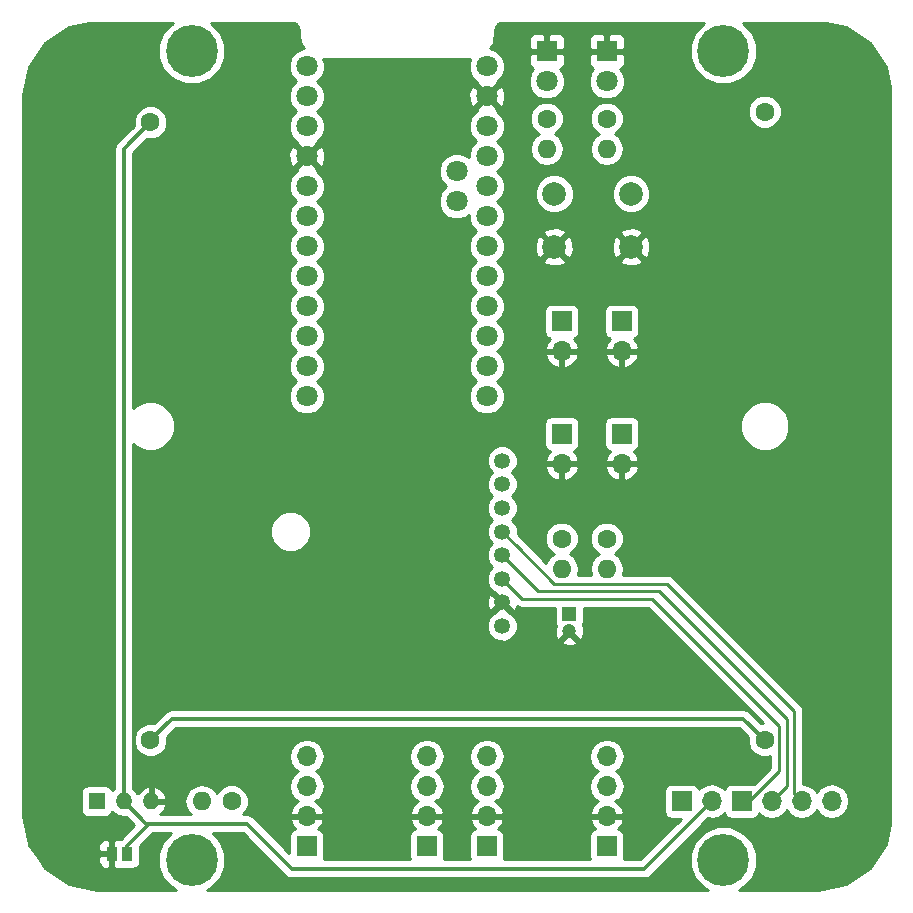
<source format=gbr>
G04 #@! TF.FileFunction,Copper,L2,Bot,Signal*
%FSLAX46Y46*%
G04 Gerber Fmt 4.6, Leading zero omitted, Abs format (unit mm)*
G04 Created by KiCad (PCBNEW 4.0.7) date 07/30/18 21:45:08*
%MOMM*%
%LPD*%
G01*
G04 APERTURE LIST*
%ADD10C,0.100000*%
%ADD11C,1.600000*%
%ADD12R,1.200000X1.200000*%
%ADD13C,1.200000*%
%ADD14C,4.400000*%
%ADD15C,0.700000*%
%ADD16R,1.800000X1.800000*%
%ADD17C,1.800000*%
%ADD18C,1.350000*%
%ADD19C,2.000000*%
%ADD20R,1.700000X1.700000*%
%ADD21O,1.700000X1.700000*%
%ADD22O,1.600000X1.600000*%
%ADD23R,0.970000X1.270000*%
%ADD24R,1.400000X1.400000*%
%ADD25O,1.400000X1.400000*%
%ADD26C,0.250000*%
%ADD27C,0.350000*%
%ADD28C,0.254000*%
G04 APERTURE END LIST*
D10*
D11*
X164500000Y-139600000D03*
X164500000Y-86400000D03*
D12*
X147955000Y-128905000D03*
D13*
X147955000Y-130405000D03*
D14*
X116000000Y-81250000D03*
D15*
X117650000Y-81250000D03*
X117166726Y-82416726D03*
X116000000Y-82900000D03*
X114833274Y-82416726D03*
X114350000Y-81250000D03*
X114833274Y-80083274D03*
X116000000Y-79600000D03*
X117166726Y-80083274D03*
D14*
X161000000Y-81250000D03*
D15*
X162650000Y-81250000D03*
X162166726Y-82416726D03*
X161000000Y-82900000D03*
X159833274Y-82416726D03*
X159350000Y-81250000D03*
X159833274Y-80083274D03*
X161000000Y-79600000D03*
X162166726Y-80083274D03*
D14*
X161000000Y-149750000D03*
D15*
X162650000Y-149750000D03*
X162166726Y-150916726D03*
X161000000Y-151400000D03*
X159833274Y-150916726D03*
X159350000Y-149750000D03*
X159833274Y-148583274D03*
X161000000Y-148100000D03*
X162166726Y-148583274D03*
D16*
X146050000Y-81280000D03*
D17*
X146050000Y-83820000D03*
D18*
X142280000Y-115945000D03*
X142280000Y-129945000D03*
X142280000Y-127945000D03*
X142280000Y-125945000D03*
X142280000Y-123945000D03*
X142280000Y-121945000D03*
X142280000Y-119945000D03*
X142280000Y-117945000D03*
D19*
X146685000Y-97845000D03*
X146685000Y-93345000D03*
X153185000Y-97845000D03*
X153185000Y-93345000D03*
D16*
X151130000Y-81280000D03*
D17*
X151130000Y-83820000D03*
D20*
X157480000Y-144780000D03*
D21*
X160020000Y-144780000D03*
D20*
X151130000Y-148590000D03*
D21*
X151130000Y-146050000D03*
X151130000Y-143510000D03*
X151130000Y-140970000D03*
D20*
X125730000Y-148590000D03*
D21*
X125730000Y-146050000D03*
X125730000Y-143510000D03*
X125730000Y-140970000D03*
D20*
X162560000Y-144780000D03*
D21*
X165100000Y-144780000D03*
X167640000Y-144780000D03*
X170180000Y-144780000D03*
D11*
X112500000Y-87300000D03*
X112500000Y-139600000D03*
D20*
X147320000Y-113665000D03*
D21*
X147320000Y-116205000D03*
D20*
X152400000Y-113665000D03*
D21*
X152400000Y-116205000D03*
D20*
X147320000Y-104140000D03*
D21*
X147320000Y-106680000D03*
D20*
X152400000Y-104140000D03*
D21*
X152400000Y-106680000D03*
D20*
X140970000Y-148590000D03*
D21*
X140970000Y-146050000D03*
X140970000Y-143510000D03*
X140970000Y-140970000D03*
D20*
X135890000Y-148590000D03*
D21*
X135890000Y-146050000D03*
X135890000Y-143510000D03*
X135890000Y-140970000D03*
D14*
X116000000Y-149750000D03*
D15*
X117650000Y-149750000D03*
X117166726Y-150916726D03*
X116000000Y-151400000D03*
X114833274Y-150916726D03*
X114350000Y-149750000D03*
X114833274Y-148583274D03*
X116000000Y-148100000D03*
X117166726Y-148583274D03*
D11*
X151130000Y-122555000D03*
D22*
X151130000Y-125095000D03*
D11*
X147320000Y-122555000D03*
D22*
X147320000Y-125095000D03*
D11*
X151130000Y-86995000D03*
D22*
X151130000Y-89535000D03*
D11*
X146050000Y-86995000D03*
D22*
X146050000Y-89535000D03*
D11*
X119380000Y-144780000D03*
D22*
X116840000Y-144780000D03*
D23*
X109215000Y-149225000D03*
X110495000Y-149225000D03*
D24*
X107950000Y-144780000D03*
D25*
X110250000Y-144780000D03*
X112550000Y-144780000D03*
D17*
X140970000Y-110490000D03*
X140970000Y-107950000D03*
X140970000Y-105410000D03*
X140970000Y-102870000D03*
X140970000Y-100330000D03*
X140970000Y-97790000D03*
X140970000Y-95250000D03*
X140970000Y-92710000D03*
X140970000Y-90170000D03*
X140970000Y-87630000D03*
X140970000Y-85090000D03*
X140970000Y-82550000D03*
X125730000Y-82550000D03*
X125730000Y-85090000D03*
X125730000Y-87630000D03*
X125730000Y-90170000D03*
X125730000Y-92710000D03*
X125730000Y-95250000D03*
X125730000Y-97790000D03*
X125730000Y-100330000D03*
X125730000Y-102870000D03*
X125730000Y-105410000D03*
X125730000Y-107950000D03*
X125730000Y-110490000D03*
X138430000Y-93980000D03*
X138430000Y-91440000D03*
D26*
X165735000Y-138430000D02*
X154940000Y-127635000D01*
X144780000Y-127635000D02*
X143970000Y-127635000D01*
X144780000Y-127635000D02*
X154940000Y-127635000D01*
X143970000Y-127635000D02*
X142280000Y-125945000D01*
X163195000Y-144780000D02*
X165735000Y-142240000D01*
X165735000Y-139065000D02*
X165735000Y-138430000D01*
X165735000Y-141605000D02*
X165735000Y-139065000D01*
X165735000Y-142240000D02*
X165735000Y-141605000D01*
X162560000Y-144780000D02*
X163195000Y-144780000D01*
X155575000Y-127000000D02*
X166370000Y-137795000D01*
X145415000Y-127000000D02*
X145335000Y-127000000D01*
X145335000Y-127000000D02*
X142280000Y-123945000D01*
X145415000Y-127000000D02*
X155575000Y-127000000D01*
X166370000Y-143510000D02*
X165100000Y-144780000D01*
X166370000Y-137795000D02*
X166370000Y-143510000D01*
X156210000Y-126365000D02*
X167005000Y-137160000D01*
X143510000Y-123190000D02*
X146685000Y-126365000D01*
X167005000Y-142875000D02*
X167005000Y-138430000D01*
X167005000Y-137795000D02*
X167005000Y-137160000D01*
X167005000Y-138430000D02*
X167005000Y-137795000D01*
X167005000Y-142875000D02*
X167005000Y-144145000D01*
X167005000Y-144145000D02*
X167640000Y-144780000D01*
X146685000Y-126365000D02*
X156210000Y-126365000D01*
X142280000Y-121960000D02*
X143510000Y-123190000D01*
D27*
X115570000Y-137795000D02*
X114305000Y-137795000D01*
X114305000Y-137795000D02*
X112500000Y-139600000D01*
X161290000Y-137795000D02*
X162695000Y-137795000D01*
X162695000Y-137795000D02*
X164500000Y-139600000D01*
X117475000Y-137795000D02*
X115570000Y-137795000D01*
X117475000Y-137795000D02*
X161290000Y-137795000D01*
X112395000Y-146685000D02*
X112155000Y-146685000D01*
X112155000Y-146685000D02*
X110250000Y-144780000D01*
X110250000Y-144780000D02*
X110250000Y-89550000D01*
X110250000Y-89550000D02*
X112500000Y-87300000D01*
X110495000Y-149225000D02*
X110495000Y-148585000D01*
X110495000Y-148585000D02*
X112395000Y-146685000D01*
X110490000Y-149220000D02*
X110485000Y-149225000D01*
X114935000Y-146685000D02*
X112395000Y-146685000D01*
X114935000Y-146685000D02*
X120650000Y-146685000D01*
X120650000Y-146685000D02*
X124460000Y-150495000D01*
X154305000Y-150495000D02*
X160020000Y-144780000D01*
X124460000Y-150495000D02*
X154305000Y-150495000D01*
D28*
G36*
X113598005Y-79642005D02*
X113165493Y-80683610D01*
X113164509Y-81811442D01*
X113595202Y-82853801D01*
X114392005Y-83651995D01*
X115433610Y-84084507D01*
X116561442Y-84085491D01*
X117603801Y-83654798D01*
X118401995Y-82857995D01*
X118834507Y-81816390D01*
X118835491Y-80688558D01*
X118404798Y-79646199D01*
X117626957Y-78867000D01*
X124672732Y-78867000D01*
X124798780Y-78951223D01*
X124967014Y-79203003D01*
X125040000Y-79569927D01*
X125040000Y-79750000D01*
X125053643Y-79818587D01*
X125053643Y-79888515D01*
X125167824Y-80462540D01*
X125218619Y-80585170D01*
X125273838Y-80718480D01*
X125471816Y-81014775D01*
X125426009Y-81014735D01*
X124861629Y-81247932D01*
X124429449Y-81679357D01*
X124195267Y-82243330D01*
X124194735Y-82853991D01*
X124427932Y-83418371D01*
X124829182Y-83820323D01*
X124429449Y-84219357D01*
X124195267Y-84783330D01*
X124194735Y-85393991D01*
X124427932Y-85958371D01*
X124829182Y-86360323D01*
X124429449Y-86759357D01*
X124195267Y-87323330D01*
X124194735Y-87933991D01*
X124427932Y-88498371D01*
X124859357Y-88930551D01*
X124880194Y-88939203D01*
X124829446Y-89089841D01*
X125730000Y-89990395D01*
X126630554Y-89089841D01*
X126579965Y-88939673D01*
X126598371Y-88932068D01*
X127030551Y-88500643D01*
X127264733Y-87936670D01*
X127265265Y-87326009D01*
X127032068Y-86761629D01*
X126630818Y-86359677D01*
X127030551Y-85960643D01*
X127264733Y-85396670D01*
X127265209Y-84849336D01*
X139423542Y-84849336D01*
X139449161Y-85459460D01*
X139633357Y-85904148D01*
X139889841Y-85990554D01*
X140790395Y-85090000D01*
X141149605Y-85090000D01*
X142050159Y-85990554D01*
X142306643Y-85904148D01*
X142516458Y-85330664D01*
X142490839Y-84720540D01*
X142306643Y-84275852D01*
X142050159Y-84189446D01*
X141149605Y-85090000D01*
X140790395Y-85090000D01*
X139889841Y-84189446D01*
X139633357Y-84275852D01*
X139423542Y-84849336D01*
X127265209Y-84849336D01*
X127265265Y-84786009D01*
X127032068Y-84221629D01*
X126630818Y-83819677D01*
X127030551Y-83420643D01*
X127264733Y-82856670D01*
X127265265Y-82246009D01*
X127141451Y-81946357D01*
X127181413Y-81946357D01*
X127250000Y-81960000D01*
X139500000Y-81960000D01*
X139557680Y-81948527D01*
X139435267Y-82243330D01*
X139434735Y-82853991D01*
X139667932Y-83418371D01*
X140099357Y-83850551D01*
X140120194Y-83859203D01*
X140069446Y-84009841D01*
X140970000Y-84910395D01*
X141756404Y-84123991D01*
X144514735Y-84123991D01*
X144747932Y-84688371D01*
X145179357Y-85120551D01*
X145743330Y-85354733D01*
X146353991Y-85355265D01*
X146918371Y-85122068D01*
X147350551Y-84690643D01*
X147584733Y-84126670D01*
X147584735Y-84123991D01*
X149594735Y-84123991D01*
X149827932Y-84688371D01*
X150259357Y-85120551D01*
X150823330Y-85354733D01*
X151433991Y-85355265D01*
X151998371Y-85122068D01*
X152430551Y-84690643D01*
X152664733Y-84126670D01*
X152665265Y-83516009D01*
X152432068Y-82951629D01*
X152254908Y-82774159D01*
X152389699Y-82718327D01*
X152568327Y-82539698D01*
X152665000Y-82306309D01*
X152665000Y-81565750D01*
X152506250Y-81407000D01*
X151257000Y-81407000D01*
X151257000Y-81427000D01*
X151003000Y-81427000D01*
X151003000Y-81407000D01*
X149753750Y-81407000D01*
X149595000Y-81565750D01*
X149595000Y-82306309D01*
X149691673Y-82539698D01*
X149870301Y-82718327D01*
X150004994Y-82774119D01*
X149829449Y-82949357D01*
X149595267Y-83513330D01*
X149594735Y-84123991D01*
X147584735Y-84123991D01*
X147585265Y-83516009D01*
X147352068Y-82951629D01*
X147174908Y-82774159D01*
X147309699Y-82718327D01*
X147488327Y-82539698D01*
X147585000Y-82306309D01*
X147585000Y-81565750D01*
X147426250Y-81407000D01*
X146177000Y-81407000D01*
X146177000Y-81427000D01*
X145923000Y-81427000D01*
X145923000Y-81407000D01*
X144673750Y-81407000D01*
X144515000Y-81565750D01*
X144515000Y-82306309D01*
X144611673Y-82539698D01*
X144790301Y-82718327D01*
X144924994Y-82774119D01*
X144749449Y-82949357D01*
X144515267Y-83513330D01*
X144514735Y-84123991D01*
X141756404Y-84123991D01*
X141870554Y-84009841D01*
X141819965Y-83859673D01*
X141838371Y-83852068D01*
X142270551Y-83420643D01*
X142504733Y-82856670D01*
X142505265Y-82246009D01*
X142272068Y-81681629D01*
X141840643Y-81249449D01*
X141277598Y-81015652D01*
X141476163Y-80718480D01*
X141582176Y-80462539D01*
X141623718Y-80253691D01*
X144515000Y-80253691D01*
X144515000Y-80994250D01*
X144673750Y-81153000D01*
X145923000Y-81153000D01*
X145923000Y-79903750D01*
X146177000Y-79903750D01*
X146177000Y-81153000D01*
X147426250Y-81153000D01*
X147585000Y-80994250D01*
X147585000Y-80253691D01*
X149595000Y-80253691D01*
X149595000Y-80994250D01*
X149753750Y-81153000D01*
X151003000Y-81153000D01*
X151003000Y-79903750D01*
X151257000Y-79903750D01*
X151257000Y-81153000D01*
X152506250Y-81153000D01*
X152665000Y-80994250D01*
X152665000Y-80253691D01*
X152568327Y-80020302D01*
X152389699Y-79841673D01*
X152156310Y-79745000D01*
X151415750Y-79745000D01*
X151257000Y-79903750D01*
X151003000Y-79903750D01*
X150844250Y-79745000D01*
X150103690Y-79745000D01*
X149870301Y-79841673D01*
X149691673Y-80020302D01*
X149595000Y-80253691D01*
X147585000Y-80253691D01*
X147488327Y-80020302D01*
X147309699Y-79841673D01*
X147076310Y-79745000D01*
X146335750Y-79745000D01*
X146177000Y-79903750D01*
X145923000Y-79903750D01*
X145764250Y-79745000D01*
X145023690Y-79745000D01*
X144790301Y-79841673D01*
X144611673Y-80020302D01*
X144515000Y-80253691D01*
X141623718Y-80253691D01*
X141696357Y-79888514D01*
X141696357Y-79818587D01*
X141710000Y-79750000D01*
X141710000Y-79569927D01*
X141782986Y-79203004D01*
X141951223Y-78951220D01*
X142077267Y-78867000D01*
X159374363Y-78867000D01*
X158598005Y-79642005D01*
X158165493Y-80683610D01*
X158164509Y-81811442D01*
X158595202Y-82853801D01*
X159392005Y-83651995D01*
X160433610Y-84084507D01*
X161561442Y-84085491D01*
X162603801Y-83654798D01*
X163401995Y-82857995D01*
X163834507Y-81816390D01*
X163835491Y-80688558D01*
X163404798Y-79646199D01*
X162626957Y-78867000D01*
X169719363Y-78867000D01*
X171401755Y-79201648D01*
X173437867Y-80562136D01*
X174798351Y-82598243D01*
X175133000Y-84280638D01*
X175133000Y-146719362D01*
X174798351Y-148401757D01*
X173437867Y-150437864D01*
X171401755Y-151798352D01*
X169015534Y-152273000D01*
X162317729Y-152273000D01*
X162603801Y-152154798D01*
X163401995Y-151357995D01*
X163834507Y-150316390D01*
X163835491Y-149188558D01*
X163404798Y-148146199D01*
X162607995Y-147348005D01*
X161566390Y-146915493D01*
X160438558Y-146914509D01*
X159396199Y-147345202D01*
X158598005Y-148142005D01*
X158165493Y-149183610D01*
X158164509Y-150311442D01*
X158595202Y-151353801D01*
X159392005Y-152151995D01*
X159683417Y-152273000D01*
X117317729Y-152273000D01*
X117603801Y-152154798D01*
X118401995Y-151357995D01*
X118834507Y-150316390D01*
X118835491Y-149188558D01*
X118404798Y-148146199D01*
X117754734Y-147495000D01*
X120314488Y-147495000D01*
X123887244Y-151067757D01*
X124150027Y-151243343D01*
X124460000Y-151305000D01*
X154305000Y-151305000D01*
X154614974Y-151243342D01*
X154877756Y-151067756D01*
X159712571Y-146232942D01*
X160020000Y-146294093D01*
X160588285Y-146181054D01*
X161070054Y-145859147D01*
X161097850Y-145817548D01*
X161106838Y-145865317D01*
X161245910Y-146081441D01*
X161458110Y-146226431D01*
X161710000Y-146277440D01*
X163410000Y-146277440D01*
X163645317Y-146233162D01*
X163861441Y-146094090D01*
X164006431Y-145881890D01*
X164020086Y-145814459D01*
X164049946Y-145859147D01*
X164531715Y-146181054D01*
X165100000Y-146294093D01*
X165668285Y-146181054D01*
X166150054Y-145859147D01*
X166370000Y-145529974D01*
X166589946Y-145859147D01*
X167071715Y-146181054D01*
X167640000Y-146294093D01*
X168208285Y-146181054D01*
X168690054Y-145859147D01*
X168910000Y-145529974D01*
X169129946Y-145859147D01*
X169611715Y-146181054D01*
X170180000Y-146294093D01*
X170748285Y-146181054D01*
X171230054Y-145859147D01*
X171551961Y-145377378D01*
X171665000Y-144809093D01*
X171665000Y-144750907D01*
X171551961Y-144182622D01*
X171230054Y-143700853D01*
X170748285Y-143378946D01*
X170180000Y-143265907D01*
X169611715Y-143378946D01*
X169129946Y-143700853D01*
X168910000Y-144030026D01*
X168690054Y-143700853D01*
X168208285Y-143378946D01*
X167765000Y-143290771D01*
X167765000Y-137160000D01*
X167707148Y-136869161D01*
X167707148Y-136869160D01*
X167542401Y-136622599D01*
X156747401Y-125827599D01*
X156500839Y-125662852D01*
X156210000Y-125605000D01*
X152469147Y-125605000D01*
X152565000Y-125123113D01*
X152565000Y-125066887D01*
X152455767Y-124517736D01*
X152144698Y-124052189D01*
X151808290Y-123827408D01*
X151941800Y-123772243D01*
X152345824Y-123368923D01*
X152564750Y-122841691D01*
X152565248Y-122270813D01*
X152347243Y-121743200D01*
X151943923Y-121339176D01*
X151416691Y-121120250D01*
X150845813Y-121119752D01*
X150318200Y-121337757D01*
X149914176Y-121741077D01*
X149695250Y-122268309D01*
X149694752Y-122839187D01*
X149912757Y-123366800D01*
X150316077Y-123770824D01*
X150451954Y-123827245D01*
X150115302Y-124052189D01*
X149804233Y-124517736D01*
X149695000Y-125066887D01*
X149695000Y-125123113D01*
X149790853Y-125605000D01*
X148659147Y-125605000D01*
X148755000Y-125123113D01*
X148755000Y-125066887D01*
X148645767Y-124517736D01*
X148334698Y-124052189D01*
X147998290Y-123827408D01*
X148131800Y-123772243D01*
X148535824Y-123368923D01*
X148754750Y-122841691D01*
X148755248Y-122270813D01*
X148537243Y-121743200D01*
X148133923Y-121339176D01*
X147606691Y-121120250D01*
X147035813Y-121119752D01*
X146508200Y-121337757D01*
X146104176Y-121741077D01*
X145885250Y-122268309D01*
X145884752Y-122839187D01*
X146102757Y-123366800D01*
X146506077Y-123770824D01*
X146641954Y-123827245D01*
X146305302Y-124052189D01*
X145994233Y-124517736D01*
X145980679Y-124585877D01*
X143589782Y-122194980D01*
X143590226Y-121685568D01*
X143391211Y-121203914D01*
X143132620Y-120944871D01*
X143389916Y-120688024D01*
X143589772Y-120206718D01*
X143590226Y-119685568D01*
X143391211Y-119203914D01*
X143132620Y-118944871D01*
X143389916Y-118688024D01*
X143589772Y-118206718D01*
X143590226Y-117685568D01*
X143391211Y-117203914D01*
X143132620Y-116944871D01*
X143389916Y-116688024D01*
X143442291Y-116561890D01*
X145878524Y-116561890D01*
X146048355Y-116971924D01*
X146438642Y-117400183D01*
X146963108Y-117646486D01*
X147193000Y-117525819D01*
X147193000Y-116332000D01*
X147447000Y-116332000D01*
X147447000Y-117525819D01*
X147676892Y-117646486D01*
X148201358Y-117400183D01*
X148591645Y-116971924D01*
X148761476Y-116561890D01*
X150958524Y-116561890D01*
X151128355Y-116971924D01*
X151518642Y-117400183D01*
X152043108Y-117646486D01*
X152273000Y-117525819D01*
X152273000Y-116332000D01*
X152527000Y-116332000D01*
X152527000Y-117525819D01*
X152756892Y-117646486D01*
X153281358Y-117400183D01*
X153671645Y-116971924D01*
X153841476Y-116561890D01*
X153720155Y-116332000D01*
X152527000Y-116332000D01*
X152273000Y-116332000D01*
X151079845Y-116332000D01*
X150958524Y-116561890D01*
X148761476Y-116561890D01*
X148640155Y-116332000D01*
X147447000Y-116332000D01*
X147193000Y-116332000D01*
X145999845Y-116332000D01*
X145878524Y-116561890D01*
X143442291Y-116561890D01*
X143589772Y-116206718D01*
X143590226Y-115685568D01*
X143391211Y-115203914D01*
X143023024Y-114835084D01*
X142541718Y-114635228D01*
X142020568Y-114634774D01*
X141538914Y-114833789D01*
X141170084Y-115201976D01*
X140970228Y-115683282D01*
X140969774Y-116204432D01*
X141168789Y-116686086D01*
X141427380Y-116945129D01*
X141170084Y-117201976D01*
X140970228Y-117683282D01*
X140969774Y-118204432D01*
X141168789Y-118686086D01*
X141427380Y-118945129D01*
X141170084Y-119201976D01*
X140970228Y-119683282D01*
X140969774Y-120204432D01*
X141168789Y-120686086D01*
X141427380Y-120945129D01*
X141170084Y-121201976D01*
X140970228Y-121683282D01*
X140969774Y-122204432D01*
X141168789Y-122686086D01*
X141427380Y-122945129D01*
X141170084Y-123201976D01*
X140970228Y-123683282D01*
X140969774Y-124204432D01*
X141168789Y-124686086D01*
X141427380Y-124945129D01*
X141170084Y-125201976D01*
X140970228Y-125683282D01*
X140969774Y-126204432D01*
X141168789Y-126686086D01*
X141536976Y-127054916D01*
X141592631Y-127078026D01*
X142280000Y-127765395D01*
X142294143Y-127751253D01*
X142473748Y-127930858D01*
X142459605Y-127945000D01*
X143197147Y-128682542D01*
X143430328Y-128623781D01*
X143558819Y-128256739D01*
X143679161Y-128337148D01*
X143970000Y-128395000D01*
X146707560Y-128395000D01*
X146707560Y-129505000D01*
X146751838Y-129740317D01*
X146833766Y-129867636D01*
X146707193Y-130236036D01*
X146737518Y-130726413D01*
X146866836Y-131038617D01*
X147092265Y-131088130D01*
X147775395Y-130405000D01*
X147761253Y-130390858D01*
X147940858Y-130211253D01*
X147955000Y-130225395D01*
X147969143Y-130211253D01*
X148148748Y-130390858D01*
X148134605Y-130405000D01*
X148817735Y-131088130D01*
X149043164Y-131038617D01*
X149202807Y-130573964D01*
X149172482Y-130083587D01*
X149080289Y-129861010D01*
X149151431Y-129756890D01*
X149202440Y-129505000D01*
X149202440Y-128395000D01*
X154625198Y-128395000D01*
X164395106Y-138164908D01*
X164215813Y-138164752D01*
X164211887Y-138166374D01*
X163267756Y-137222244D01*
X163004974Y-137046658D01*
X162695000Y-136985000D01*
X114305000Y-136985000D01*
X113995026Y-137046658D01*
X113863635Y-137134451D01*
X113732243Y-137222244D01*
X112788490Y-138165997D01*
X112786691Y-138165250D01*
X112215813Y-138164752D01*
X111688200Y-138382757D01*
X111284176Y-138786077D01*
X111065250Y-139313309D01*
X111064752Y-139884187D01*
X111282757Y-140411800D01*
X111686077Y-140815824D01*
X112213309Y-141034750D01*
X112784187Y-141035248D01*
X112942099Y-140970000D01*
X124215907Y-140970000D01*
X124328946Y-141538285D01*
X124650853Y-142020054D01*
X124980026Y-142240000D01*
X124650853Y-142459946D01*
X124328946Y-142941715D01*
X124215907Y-143510000D01*
X124328946Y-144078285D01*
X124650853Y-144560054D01*
X124991553Y-144787702D01*
X124848642Y-144854817D01*
X124458355Y-145283076D01*
X124288524Y-145693110D01*
X124409845Y-145923000D01*
X125603000Y-145923000D01*
X125603000Y-145903000D01*
X125857000Y-145903000D01*
X125857000Y-145923000D01*
X127050155Y-145923000D01*
X127171476Y-145693110D01*
X127001645Y-145283076D01*
X126611358Y-144854817D01*
X126468447Y-144787702D01*
X126809147Y-144560054D01*
X127131054Y-144078285D01*
X127244093Y-143510000D01*
X127131054Y-142941715D01*
X126809147Y-142459946D01*
X126479974Y-142240000D01*
X126809147Y-142020054D01*
X127131054Y-141538285D01*
X127244093Y-140970000D01*
X134375907Y-140970000D01*
X134488946Y-141538285D01*
X134810853Y-142020054D01*
X135140026Y-142240000D01*
X134810853Y-142459946D01*
X134488946Y-142941715D01*
X134375907Y-143510000D01*
X134488946Y-144078285D01*
X134810853Y-144560054D01*
X135151553Y-144787702D01*
X135008642Y-144854817D01*
X134618355Y-145283076D01*
X134448524Y-145693110D01*
X134569845Y-145923000D01*
X135763000Y-145923000D01*
X135763000Y-145903000D01*
X136017000Y-145903000D01*
X136017000Y-145923000D01*
X137210155Y-145923000D01*
X137331476Y-145693110D01*
X137161645Y-145283076D01*
X136771358Y-144854817D01*
X136628447Y-144787702D01*
X136969147Y-144560054D01*
X137291054Y-144078285D01*
X137404093Y-143510000D01*
X137291054Y-142941715D01*
X136969147Y-142459946D01*
X136639974Y-142240000D01*
X136969147Y-142020054D01*
X137291054Y-141538285D01*
X137404093Y-140970000D01*
X139455907Y-140970000D01*
X139568946Y-141538285D01*
X139890853Y-142020054D01*
X140220026Y-142240000D01*
X139890853Y-142459946D01*
X139568946Y-142941715D01*
X139455907Y-143510000D01*
X139568946Y-144078285D01*
X139890853Y-144560054D01*
X140231553Y-144787702D01*
X140088642Y-144854817D01*
X139698355Y-145283076D01*
X139528524Y-145693110D01*
X139649845Y-145923000D01*
X140843000Y-145923000D01*
X140843000Y-145903000D01*
X141097000Y-145903000D01*
X141097000Y-145923000D01*
X142290155Y-145923000D01*
X142411476Y-145693110D01*
X142241645Y-145283076D01*
X141851358Y-144854817D01*
X141708447Y-144787702D01*
X142049147Y-144560054D01*
X142371054Y-144078285D01*
X142484093Y-143510000D01*
X142371054Y-142941715D01*
X142049147Y-142459946D01*
X141719974Y-142240000D01*
X142049147Y-142020054D01*
X142371054Y-141538285D01*
X142484093Y-140970000D01*
X149615907Y-140970000D01*
X149728946Y-141538285D01*
X150050853Y-142020054D01*
X150380026Y-142240000D01*
X150050853Y-142459946D01*
X149728946Y-142941715D01*
X149615907Y-143510000D01*
X149728946Y-144078285D01*
X150050853Y-144560054D01*
X150391553Y-144787702D01*
X150248642Y-144854817D01*
X149858355Y-145283076D01*
X149688524Y-145693110D01*
X149809845Y-145923000D01*
X151003000Y-145923000D01*
X151003000Y-145903000D01*
X151257000Y-145903000D01*
X151257000Y-145923000D01*
X152450155Y-145923000D01*
X152571476Y-145693110D01*
X152401645Y-145283076D01*
X152011358Y-144854817D01*
X151868447Y-144787702D01*
X152209147Y-144560054D01*
X152531054Y-144078285D01*
X152644093Y-143510000D01*
X152531054Y-142941715D01*
X152209147Y-142459946D01*
X151879974Y-142240000D01*
X152209147Y-142020054D01*
X152531054Y-141538285D01*
X152644093Y-140970000D01*
X152531054Y-140401715D01*
X152209147Y-139919946D01*
X151727378Y-139598039D01*
X151159093Y-139485000D01*
X151100907Y-139485000D01*
X150532622Y-139598039D01*
X150050853Y-139919946D01*
X149728946Y-140401715D01*
X149615907Y-140970000D01*
X142484093Y-140970000D01*
X142371054Y-140401715D01*
X142049147Y-139919946D01*
X141567378Y-139598039D01*
X140999093Y-139485000D01*
X140940907Y-139485000D01*
X140372622Y-139598039D01*
X139890853Y-139919946D01*
X139568946Y-140401715D01*
X139455907Y-140970000D01*
X137404093Y-140970000D01*
X137291054Y-140401715D01*
X136969147Y-139919946D01*
X136487378Y-139598039D01*
X135919093Y-139485000D01*
X135860907Y-139485000D01*
X135292622Y-139598039D01*
X134810853Y-139919946D01*
X134488946Y-140401715D01*
X134375907Y-140970000D01*
X127244093Y-140970000D01*
X127131054Y-140401715D01*
X126809147Y-139919946D01*
X126327378Y-139598039D01*
X125759093Y-139485000D01*
X125700907Y-139485000D01*
X125132622Y-139598039D01*
X124650853Y-139919946D01*
X124328946Y-140401715D01*
X124215907Y-140970000D01*
X112942099Y-140970000D01*
X113311800Y-140817243D01*
X113715824Y-140413923D01*
X113934750Y-139886691D01*
X113935248Y-139315813D01*
X113933626Y-139311887D01*
X114640513Y-138605000D01*
X162359488Y-138605000D01*
X163065997Y-139311510D01*
X163065250Y-139313309D01*
X163064752Y-139884187D01*
X163282757Y-140411800D01*
X163686077Y-140815824D01*
X164213309Y-141034750D01*
X164784187Y-141035248D01*
X164975000Y-140956406D01*
X164975000Y-141925198D01*
X163582671Y-143317527D01*
X163410000Y-143282560D01*
X161710000Y-143282560D01*
X161474683Y-143326838D01*
X161258559Y-143465910D01*
X161113569Y-143678110D01*
X161099914Y-143745541D01*
X161070054Y-143700853D01*
X160588285Y-143378946D01*
X160020000Y-143265907D01*
X159451715Y-143378946D01*
X158969946Y-143700853D01*
X158942150Y-143742452D01*
X158933162Y-143694683D01*
X158794090Y-143478559D01*
X158581890Y-143333569D01*
X158330000Y-143282560D01*
X156630000Y-143282560D01*
X156394683Y-143326838D01*
X156178559Y-143465910D01*
X156033569Y-143678110D01*
X155982560Y-143930000D01*
X155982560Y-145630000D01*
X156026838Y-145865317D01*
X156165910Y-146081441D01*
X156378110Y-146226431D01*
X156630000Y-146277440D01*
X157377047Y-146277440D01*
X153969488Y-149685000D01*
X152577826Y-149685000D01*
X152627440Y-149440000D01*
X152627440Y-147740000D01*
X152583162Y-147504683D01*
X152444090Y-147288559D01*
X152231890Y-147143569D01*
X152123893Y-147121699D01*
X152401645Y-146816924D01*
X152571476Y-146406890D01*
X152450155Y-146177000D01*
X151257000Y-146177000D01*
X151257000Y-146197000D01*
X151003000Y-146197000D01*
X151003000Y-146177000D01*
X149809845Y-146177000D01*
X149688524Y-146406890D01*
X149858355Y-146816924D01*
X150134501Y-147119937D01*
X150044683Y-147136838D01*
X149828559Y-147275910D01*
X149683569Y-147488110D01*
X149632560Y-147740000D01*
X149632560Y-149440000D01*
X149676838Y-149675317D01*
X149683069Y-149685000D01*
X142417826Y-149685000D01*
X142467440Y-149440000D01*
X142467440Y-147740000D01*
X142423162Y-147504683D01*
X142284090Y-147288559D01*
X142071890Y-147143569D01*
X141963893Y-147121699D01*
X142241645Y-146816924D01*
X142411476Y-146406890D01*
X142290155Y-146177000D01*
X141097000Y-146177000D01*
X141097000Y-146197000D01*
X140843000Y-146197000D01*
X140843000Y-146177000D01*
X139649845Y-146177000D01*
X139528524Y-146406890D01*
X139698355Y-146816924D01*
X139974501Y-147119937D01*
X139884683Y-147136838D01*
X139668559Y-147275910D01*
X139523569Y-147488110D01*
X139472560Y-147740000D01*
X139472560Y-149440000D01*
X139516838Y-149675317D01*
X139523069Y-149685000D01*
X137337826Y-149685000D01*
X137387440Y-149440000D01*
X137387440Y-147740000D01*
X137343162Y-147504683D01*
X137204090Y-147288559D01*
X136991890Y-147143569D01*
X136883893Y-147121699D01*
X137161645Y-146816924D01*
X137331476Y-146406890D01*
X137210155Y-146177000D01*
X136017000Y-146177000D01*
X136017000Y-146197000D01*
X135763000Y-146197000D01*
X135763000Y-146177000D01*
X134569845Y-146177000D01*
X134448524Y-146406890D01*
X134618355Y-146816924D01*
X134894501Y-147119937D01*
X134804683Y-147136838D01*
X134588559Y-147275910D01*
X134443569Y-147488110D01*
X134392560Y-147740000D01*
X134392560Y-149440000D01*
X134436838Y-149675317D01*
X134443069Y-149685000D01*
X127177826Y-149685000D01*
X127227440Y-149440000D01*
X127227440Y-147740000D01*
X127183162Y-147504683D01*
X127044090Y-147288559D01*
X126831890Y-147143569D01*
X126723893Y-147121699D01*
X127001645Y-146816924D01*
X127171476Y-146406890D01*
X127050155Y-146177000D01*
X125857000Y-146177000D01*
X125857000Y-146197000D01*
X125603000Y-146197000D01*
X125603000Y-146177000D01*
X124409845Y-146177000D01*
X124288524Y-146406890D01*
X124458355Y-146816924D01*
X124734501Y-147119937D01*
X124644683Y-147136838D01*
X124428559Y-147275910D01*
X124283569Y-147488110D01*
X124232560Y-147740000D01*
X124232560Y-149122047D01*
X121222756Y-146112244D01*
X121222755Y-146112243D01*
X120959974Y-145936658D01*
X120650000Y-145875000D01*
X120314256Y-145875000D01*
X120595824Y-145593923D01*
X120814750Y-145066691D01*
X120815248Y-144495813D01*
X120597243Y-143968200D01*
X120193923Y-143564176D01*
X119666691Y-143345250D01*
X119095813Y-143344752D01*
X118568200Y-143562757D01*
X118164176Y-143966077D01*
X118107755Y-144101954D01*
X117882811Y-143765302D01*
X117417264Y-143454233D01*
X116868113Y-143345000D01*
X116811887Y-143345000D01*
X116262736Y-143454233D01*
X115797189Y-143765302D01*
X115486120Y-144230849D01*
X115376887Y-144780000D01*
X115486120Y-145329151D01*
X115797189Y-145794698D01*
X115917369Y-145875000D01*
X113294016Y-145875000D01*
X113352663Y-145846764D01*
X113699797Y-145458396D01*
X113842716Y-145113329D01*
X113719374Y-144907000D01*
X112677000Y-144907000D01*
X112677000Y-144927000D01*
X112423000Y-144927000D01*
X112423000Y-144907000D01*
X112403000Y-144907000D01*
X112403000Y-144653000D01*
X112423000Y-144653000D01*
X112423000Y-143609794D01*
X112677000Y-143609794D01*
X112677000Y-144653000D01*
X113719374Y-144653000D01*
X113842716Y-144446671D01*
X113699797Y-144101604D01*
X113352663Y-143713236D01*
X112883331Y-143487273D01*
X112677000Y-143609794D01*
X112423000Y-143609794D01*
X112216669Y-143487273D01*
X111747337Y-143713236D01*
X111400203Y-144101604D01*
X111399209Y-144104005D01*
X111220142Y-143836012D01*
X111060000Y-143729009D01*
X111060000Y-131267735D01*
X147271870Y-131267735D01*
X147321383Y-131493164D01*
X147786036Y-131652807D01*
X148276413Y-131622482D01*
X148588617Y-131493164D01*
X148638130Y-131267735D01*
X147955000Y-130584605D01*
X147271870Y-131267735D01*
X111060000Y-131267735D01*
X111060000Y-130204432D01*
X140969774Y-130204432D01*
X141168789Y-130686086D01*
X141536976Y-131054916D01*
X142018282Y-131254772D01*
X142539432Y-131255226D01*
X143021086Y-131056211D01*
X143389916Y-130688024D01*
X143589772Y-130206718D01*
X143590226Y-129685568D01*
X143391211Y-129203914D01*
X143023024Y-128835084D01*
X142967369Y-128811974D01*
X142280000Y-128124605D01*
X141593279Y-128811326D01*
X141538914Y-128833789D01*
X141170084Y-129201976D01*
X140970228Y-129683282D01*
X140969774Y-130204432D01*
X111060000Y-130204432D01*
X111060000Y-127758100D01*
X140957478Y-127758100D01*
X140986625Y-128278434D01*
X141129672Y-128623781D01*
X141362853Y-128682542D01*
X142100395Y-127945000D01*
X141362853Y-127207458D01*
X141129672Y-127266219D01*
X140957478Y-127758100D01*
X111060000Y-127758100D01*
X111060000Y-122263599D01*
X122597699Y-122263599D01*
X122861281Y-122901515D01*
X123348918Y-123390004D01*
X123986373Y-123654699D01*
X124676599Y-123655301D01*
X125314515Y-123391719D01*
X125803004Y-122904082D01*
X126067699Y-122266627D01*
X126068301Y-121576401D01*
X125804719Y-120938485D01*
X125317082Y-120449996D01*
X124679627Y-120185301D01*
X123989401Y-120184699D01*
X123351485Y-120448281D01*
X122862996Y-120935918D01*
X122598301Y-121573373D01*
X122597699Y-122263599D01*
X111060000Y-122263599D01*
X111060000Y-114508697D01*
X111317400Y-114766547D01*
X112083448Y-115084638D01*
X112912913Y-115085362D01*
X113679515Y-114768608D01*
X114266547Y-114182600D01*
X114584638Y-113416552D01*
X114585163Y-112815000D01*
X145822560Y-112815000D01*
X145822560Y-114515000D01*
X145866838Y-114750317D01*
X146005910Y-114966441D01*
X146218110Y-115111431D01*
X146326107Y-115133301D01*
X146048355Y-115438076D01*
X145878524Y-115848110D01*
X145999845Y-116078000D01*
X147193000Y-116078000D01*
X147193000Y-116058000D01*
X147447000Y-116058000D01*
X147447000Y-116078000D01*
X148640155Y-116078000D01*
X148761476Y-115848110D01*
X148591645Y-115438076D01*
X148315499Y-115135063D01*
X148405317Y-115118162D01*
X148621441Y-114979090D01*
X148766431Y-114766890D01*
X148817440Y-114515000D01*
X148817440Y-112815000D01*
X150902560Y-112815000D01*
X150902560Y-114515000D01*
X150946838Y-114750317D01*
X151085910Y-114966441D01*
X151298110Y-115111431D01*
X151406107Y-115133301D01*
X151128355Y-115438076D01*
X150958524Y-115848110D01*
X151079845Y-116078000D01*
X152273000Y-116078000D01*
X152273000Y-116058000D01*
X152527000Y-116058000D01*
X152527000Y-116078000D01*
X153720155Y-116078000D01*
X153841476Y-115848110D01*
X153671645Y-115438076D01*
X153395499Y-115135063D01*
X153485317Y-115118162D01*
X153701441Y-114979090D01*
X153846431Y-114766890D01*
X153897440Y-114515000D01*
X153897440Y-113412913D01*
X162414638Y-113412913D01*
X162731392Y-114179515D01*
X163317400Y-114766547D01*
X164083448Y-115084638D01*
X164912913Y-115085362D01*
X165679515Y-114768608D01*
X166266547Y-114182600D01*
X166584638Y-113416552D01*
X166585362Y-112587087D01*
X166268608Y-111820485D01*
X165682600Y-111233453D01*
X164916552Y-110915362D01*
X164087087Y-110914638D01*
X163320485Y-111231392D01*
X162733453Y-111817400D01*
X162415362Y-112583448D01*
X162414638Y-113412913D01*
X153897440Y-113412913D01*
X153897440Y-112815000D01*
X153853162Y-112579683D01*
X153714090Y-112363559D01*
X153501890Y-112218569D01*
X153250000Y-112167560D01*
X151550000Y-112167560D01*
X151314683Y-112211838D01*
X151098559Y-112350910D01*
X150953569Y-112563110D01*
X150902560Y-112815000D01*
X148817440Y-112815000D01*
X148773162Y-112579683D01*
X148634090Y-112363559D01*
X148421890Y-112218569D01*
X148170000Y-112167560D01*
X146470000Y-112167560D01*
X146234683Y-112211838D01*
X146018559Y-112350910D01*
X145873569Y-112563110D01*
X145822560Y-112815000D01*
X114585163Y-112815000D01*
X114585362Y-112587087D01*
X114268608Y-111820485D01*
X113682600Y-111233453D01*
X112916552Y-110915362D01*
X112087087Y-110914638D01*
X111320485Y-111231392D01*
X111060000Y-111491423D01*
X111060000Y-93013991D01*
X124194735Y-93013991D01*
X124427932Y-93578371D01*
X124829182Y-93980323D01*
X124429449Y-94379357D01*
X124195267Y-94943330D01*
X124194735Y-95553991D01*
X124427932Y-96118371D01*
X124829182Y-96520323D01*
X124429449Y-96919357D01*
X124195267Y-97483330D01*
X124194735Y-98093991D01*
X124427932Y-98658371D01*
X124829182Y-99060323D01*
X124429449Y-99459357D01*
X124195267Y-100023330D01*
X124194735Y-100633991D01*
X124427932Y-101198371D01*
X124829182Y-101600323D01*
X124429449Y-101999357D01*
X124195267Y-102563330D01*
X124194735Y-103173991D01*
X124427932Y-103738371D01*
X124829182Y-104140323D01*
X124429449Y-104539357D01*
X124195267Y-105103330D01*
X124194735Y-105713991D01*
X124427932Y-106278371D01*
X124829182Y-106680323D01*
X124429449Y-107079357D01*
X124195267Y-107643330D01*
X124194735Y-108253991D01*
X124427932Y-108818371D01*
X124829182Y-109220323D01*
X124429449Y-109619357D01*
X124195267Y-110183330D01*
X124194735Y-110793991D01*
X124427932Y-111358371D01*
X124859357Y-111790551D01*
X125423330Y-112024733D01*
X126033991Y-112025265D01*
X126598371Y-111792068D01*
X127030551Y-111360643D01*
X127264733Y-110796670D01*
X127265265Y-110186009D01*
X127032068Y-109621629D01*
X126630818Y-109219677D01*
X127030551Y-108820643D01*
X127264733Y-108256670D01*
X127265265Y-107646009D01*
X127032068Y-107081629D01*
X126630818Y-106679677D01*
X127030551Y-106280643D01*
X127264733Y-105716670D01*
X127265265Y-105106009D01*
X127032068Y-104541629D01*
X126630818Y-104139677D01*
X127030551Y-103740643D01*
X127264733Y-103176670D01*
X127265265Y-102566009D01*
X127032068Y-102001629D01*
X126630818Y-101599677D01*
X127030551Y-101200643D01*
X127264733Y-100636670D01*
X127265265Y-100026009D01*
X127032068Y-99461629D01*
X126630818Y-99059677D01*
X127030551Y-98660643D01*
X127264733Y-98096670D01*
X127265265Y-97486009D01*
X127032068Y-96921629D01*
X126630818Y-96519677D01*
X127030551Y-96120643D01*
X127264733Y-95556670D01*
X127265265Y-94946009D01*
X127032068Y-94381629D01*
X126630818Y-93979677D01*
X127030551Y-93580643D01*
X127264733Y-93016670D01*
X127265265Y-92406009D01*
X127032068Y-91841629D01*
X126934601Y-91743991D01*
X136894735Y-91743991D01*
X137127932Y-92308371D01*
X137529182Y-92710323D01*
X137129449Y-93109357D01*
X136895267Y-93673330D01*
X136894735Y-94283991D01*
X137127932Y-94848371D01*
X137559357Y-95280551D01*
X138123330Y-95514733D01*
X138733991Y-95515265D01*
X139298371Y-95282068D01*
X139435091Y-95145587D01*
X139434735Y-95553991D01*
X139667932Y-96118371D01*
X140069182Y-96520323D01*
X139669449Y-96919357D01*
X139435267Y-97483330D01*
X139434735Y-98093991D01*
X139667932Y-98658371D01*
X140069182Y-99060323D01*
X139669449Y-99459357D01*
X139435267Y-100023330D01*
X139434735Y-100633991D01*
X139667932Y-101198371D01*
X140069182Y-101600323D01*
X139669449Y-101999357D01*
X139435267Y-102563330D01*
X139434735Y-103173991D01*
X139667932Y-103738371D01*
X140069182Y-104140323D01*
X139669449Y-104539357D01*
X139435267Y-105103330D01*
X139434735Y-105713991D01*
X139667932Y-106278371D01*
X140069182Y-106680323D01*
X139669449Y-107079357D01*
X139435267Y-107643330D01*
X139434735Y-108253991D01*
X139667932Y-108818371D01*
X140069182Y-109220323D01*
X139669449Y-109619357D01*
X139435267Y-110183330D01*
X139434735Y-110793991D01*
X139667932Y-111358371D01*
X140099357Y-111790551D01*
X140663330Y-112024733D01*
X141273991Y-112025265D01*
X141838371Y-111792068D01*
X142270551Y-111360643D01*
X142504733Y-110796670D01*
X142505265Y-110186009D01*
X142272068Y-109621629D01*
X141870818Y-109219677D01*
X142270551Y-108820643D01*
X142504733Y-108256670D01*
X142505265Y-107646009D01*
X142272068Y-107081629D01*
X142227408Y-107036890D01*
X145878524Y-107036890D01*
X146048355Y-107446924D01*
X146438642Y-107875183D01*
X146963108Y-108121486D01*
X147193000Y-108000819D01*
X147193000Y-106807000D01*
X147447000Y-106807000D01*
X147447000Y-108000819D01*
X147676892Y-108121486D01*
X148201358Y-107875183D01*
X148591645Y-107446924D01*
X148761476Y-107036890D01*
X150958524Y-107036890D01*
X151128355Y-107446924D01*
X151518642Y-107875183D01*
X152043108Y-108121486D01*
X152273000Y-108000819D01*
X152273000Y-106807000D01*
X152527000Y-106807000D01*
X152527000Y-108000819D01*
X152756892Y-108121486D01*
X153281358Y-107875183D01*
X153671645Y-107446924D01*
X153841476Y-107036890D01*
X153720155Y-106807000D01*
X152527000Y-106807000D01*
X152273000Y-106807000D01*
X151079845Y-106807000D01*
X150958524Y-107036890D01*
X148761476Y-107036890D01*
X148640155Y-106807000D01*
X147447000Y-106807000D01*
X147193000Y-106807000D01*
X145999845Y-106807000D01*
X145878524Y-107036890D01*
X142227408Y-107036890D01*
X141870818Y-106679677D01*
X142270551Y-106280643D01*
X142504733Y-105716670D01*
X142505265Y-105106009D01*
X142272068Y-104541629D01*
X141870818Y-104139677D01*
X142270551Y-103740643D01*
X142457674Y-103290000D01*
X145822560Y-103290000D01*
X145822560Y-104990000D01*
X145866838Y-105225317D01*
X146005910Y-105441441D01*
X146218110Y-105586431D01*
X146326107Y-105608301D01*
X146048355Y-105913076D01*
X145878524Y-106323110D01*
X145999845Y-106553000D01*
X147193000Y-106553000D01*
X147193000Y-106533000D01*
X147447000Y-106533000D01*
X147447000Y-106553000D01*
X148640155Y-106553000D01*
X148761476Y-106323110D01*
X148591645Y-105913076D01*
X148315499Y-105610063D01*
X148405317Y-105593162D01*
X148621441Y-105454090D01*
X148766431Y-105241890D01*
X148817440Y-104990000D01*
X148817440Y-103290000D01*
X150902560Y-103290000D01*
X150902560Y-104990000D01*
X150946838Y-105225317D01*
X151085910Y-105441441D01*
X151298110Y-105586431D01*
X151406107Y-105608301D01*
X151128355Y-105913076D01*
X150958524Y-106323110D01*
X151079845Y-106553000D01*
X152273000Y-106553000D01*
X152273000Y-106533000D01*
X152527000Y-106533000D01*
X152527000Y-106553000D01*
X153720155Y-106553000D01*
X153841476Y-106323110D01*
X153671645Y-105913076D01*
X153395499Y-105610063D01*
X153485317Y-105593162D01*
X153701441Y-105454090D01*
X153846431Y-105241890D01*
X153897440Y-104990000D01*
X153897440Y-103290000D01*
X153853162Y-103054683D01*
X153714090Y-102838559D01*
X153501890Y-102693569D01*
X153250000Y-102642560D01*
X151550000Y-102642560D01*
X151314683Y-102686838D01*
X151098559Y-102825910D01*
X150953569Y-103038110D01*
X150902560Y-103290000D01*
X148817440Y-103290000D01*
X148773162Y-103054683D01*
X148634090Y-102838559D01*
X148421890Y-102693569D01*
X148170000Y-102642560D01*
X146470000Y-102642560D01*
X146234683Y-102686838D01*
X146018559Y-102825910D01*
X145873569Y-103038110D01*
X145822560Y-103290000D01*
X142457674Y-103290000D01*
X142504733Y-103176670D01*
X142505265Y-102566009D01*
X142272068Y-102001629D01*
X141870818Y-101599677D01*
X142270551Y-101200643D01*
X142504733Y-100636670D01*
X142505265Y-100026009D01*
X142272068Y-99461629D01*
X141870818Y-99059677D01*
X141933071Y-98997532D01*
X145712073Y-98997532D01*
X145810736Y-99264387D01*
X146420461Y-99490908D01*
X147070460Y-99466856D01*
X147559264Y-99264387D01*
X147657927Y-98997532D01*
X152212073Y-98997532D01*
X152310736Y-99264387D01*
X152920461Y-99490908D01*
X153570460Y-99466856D01*
X154059264Y-99264387D01*
X154157927Y-98997532D01*
X153185000Y-98024605D01*
X152212073Y-98997532D01*
X147657927Y-98997532D01*
X146685000Y-98024605D01*
X145712073Y-98997532D01*
X141933071Y-98997532D01*
X142270551Y-98660643D01*
X142504733Y-98096670D01*
X142505182Y-97580461D01*
X145039092Y-97580461D01*
X145063144Y-98230460D01*
X145265613Y-98719264D01*
X145532468Y-98817927D01*
X146505395Y-97845000D01*
X146864605Y-97845000D01*
X147837532Y-98817927D01*
X148104387Y-98719264D01*
X148330908Y-98109539D01*
X148311331Y-97580461D01*
X151539092Y-97580461D01*
X151563144Y-98230460D01*
X151765613Y-98719264D01*
X152032468Y-98817927D01*
X153005395Y-97845000D01*
X153364605Y-97845000D01*
X154337532Y-98817927D01*
X154604387Y-98719264D01*
X154830908Y-98109539D01*
X154806856Y-97459540D01*
X154604387Y-96970736D01*
X154337532Y-96872073D01*
X153364605Y-97845000D01*
X153005395Y-97845000D01*
X152032468Y-96872073D01*
X151765613Y-96970736D01*
X151539092Y-97580461D01*
X148311331Y-97580461D01*
X148306856Y-97459540D01*
X148104387Y-96970736D01*
X147837532Y-96872073D01*
X146864605Y-97845000D01*
X146505395Y-97845000D01*
X145532468Y-96872073D01*
X145265613Y-96970736D01*
X145039092Y-97580461D01*
X142505182Y-97580461D01*
X142505265Y-97486009D01*
X142272068Y-96921629D01*
X142043308Y-96692468D01*
X145712073Y-96692468D01*
X146685000Y-97665395D01*
X147657927Y-96692468D01*
X152212073Y-96692468D01*
X153185000Y-97665395D01*
X154157927Y-96692468D01*
X154059264Y-96425613D01*
X153449539Y-96199092D01*
X152799540Y-96223144D01*
X152310736Y-96425613D01*
X152212073Y-96692468D01*
X147657927Y-96692468D01*
X147559264Y-96425613D01*
X146949539Y-96199092D01*
X146299540Y-96223144D01*
X145810736Y-96425613D01*
X145712073Y-96692468D01*
X142043308Y-96692468D01*
X141870818Y-96519677D01*
X142270551Y-96120643D01*
X142504733Y-95556670D01*
X142505265Y-94946009D01*
X142272068Y-94381629D01*
X141870818Y-93979677D01*
X142182244Y-93668795D01*
X145049716Y-93668795D01*
X145298106Y-94269943D01*
X145757637Y-94730278D01*
X146358352Y-94979716D01*
X147008795Y-94980284D01*
X147609943Y-94731894D01*
X148070278Y-94272363D01*
X148319716Y-93671648D01*
X148319718Y-93668795D01*
X151549716Y-93668795D01*
X151798106Y-94269943D01*
X152257637Y-94730278D01*
X152858352Y-94979716D01*
X153508795Y-94980284D01*
X154109943Y-94731894D01*
X154570278Y-94272363D01*
X154819716Y-93671648D01*
X154820284Y-93021205D01*
X154571894Y-92420057D01*
X154112363Y-91959722D01*
X153511648Y-91710284D01*
X152861205Y-91709716D01*
X152260057Y-91958106D01*
X151799722Y-92417637D01*
X151550284Y-93018352D01*
X151549716Y-93668795D01*
X148319718Y-93668795D01*
X148320284Y-93021205D01*
X148071894Y-92420057D01*
X147612363Y-91959722D01*
X147011648Y-91710284D01*
X146361205Y-91709716D01*
X145760057Y-91958106D01*
X145299722Y-92417637D01*
X145050284Y-93018352D01*
X145049716Y-93668795D01*
X142182244Y-93668795D01*
X142270551Y-93580643D01*
X142504733Y-93016670D01*
X142505265Y-92406009D01*
X142272068Y-91841629D01*
X141870818Y-91439677D01*
X142270551Y-91040643D01*
X142504733Y-90476670D01*
X142505265Y-89866009D01*
X142272068Y-89301629D01*
X141870818Y-88899677D01*
X142270551Y-88500643D01*
X142504733Y-87936670D01*
X142505265Y-87326009D01*
X142485919Y-87279187D01*
X144614752Y-87279187D01*
X144832757Y-87806800D01*
X145236077Y-88210824D01*
X145371954Y-88267245D01*
X145035302Y-88492189D01*
X144724233Y-88957736D01*
X144615000Y-89506887D01*
X144615000Y-89563113D01*
X144724233Y-90112264D01*
X145035302Y-90577811D01*
X145500849Y-90888880D01*
X146050000Y-90998113D01*
X146599151Y-90888880D01*
X147064698Y-90577811D01*
X147375767Y-90112264D01*
X147485000Y-89563113D01*
X147485000Y-89506887D01*
X147375767Y-88957736D01*
X147064698Y-88492189D01*
X146728290Y-88267408D01*
X146861800Y-88212243D01*
X147265824Y-87808923D01*
X147484750Y-87281691D01*
X147484752Y-87279187D01*
X149694752Y-87279187D01*
X149912757Y-87806800D01*
X150316077Y-88210824D01*
X150451954Y-88267245D01*
X150115302Y-88492189D01*
X149804233Y-88957736D01*
X149695000Y-89506887D01*
X149695000Y-89563113D01*
X149804233Y-90112264D01*
X150115302Y-90577811D01*
X150580849Y-90888880D01*
X151130000Y-90998113D01*
X151679151Y-90888880D01*
X152144698Y-90577811D01*
X152455767Y-90112264D01*
X152565000Y-89563113D01*
X152565000Y-89506887D01*
X152455767Y-88957736D01*
X152144698Y-88492189D01*
X151808290Y-88267408D01*
X151941800Y-88212243D01*
X152345824Y-87808923D01*
X152564750Y-87281691D01*
X152565248Y-86710813D01*
X152554247Y-86684187D01*
X163064752Y-86684187D01*
X163282757Y-87211800D01*
X163686077Y-87615824D01*
X164213309Y-87834750D01*
X164784187Y-87835248D01*
X165311800Y-87617243D01*
X165715824Y-87213923D01*
X165934750Y-86686691D01*
X165935248Y-86115813D01*
X165717243Y-85588200D01*
X165313923Y-85184176D01*
X164786691Y-84965250D01*
X164215813Y-84964752D01*
X163688200Y-85182757D01*
X163284176Y-85586077D01*
X163065250Y-86113309D01*
X163064752Y-86684187D01*
X152554247Y-86684187D01*
X152347243Y-86183200D01*
X151943923Y-85779176D01*
X151416691Y-85560250D01*
X150845813Y-85559752D01*
X150318200Y-85777757D01*
X149914176Y-86181077D01*
X149695250Y-86708309D01*
X149694752Y-87279187D01*
X147484752Y-87279187D01*
X147485248Y-86710813D01*
X147267243Y-86183200D01*
X146863923Y-85779176D01*
X146336691Y-85560250D01*
X145765813Y-85559752D01*
X145238200Y-85777757D01*
X144834176Y-86181077D01*
X144615250Y-86708309D01*
X144614752Y-87279187D01*
X142485919Y-87279187D01*
X142272068Y-86761629D01*
X141840643Y-86329449D01*
X141819806Y-86320797D01*
X141870554Y-86170159D01*
X140970000Y-85269605D01*
X140069446Y-86170159D01*
X140120035Y-86320327D01*
X140101629Y-86327932D01*
X139669449Y-86759357D01*
X139435267Y-87323330D01*
X139434735Y-87933991D01*
X139667932Y-88498371D01*
X140069182Y-88900323D01*
X139669449Y-89299357D01*
X139435267Y-89863330D01*
X139434909Y-90273950D01*
X139300643Y-90139449D01*
X138736670Y-89905267D01*
X138126009Y-89904735D01*
X137561629Y-90137932D01*
X137129449Y-90569357D01*
X136895267Y-91133330D01*
X136894735Y-91743991D01*
X126934601Y-91743991D01*
X126600643Y-91409449D01*
X126579806Y-91400797D01*
X126630554Y-91250159D01*
X125730000Y-90349605D01*
X124829446Y-91250159D01*
X124880035Y-91400327D01*
X124861629Y-91407932D01*
X124429449Y-91839357D01*
X124195267Y-92403330D01*
X124194735Y-93013991D01*
X111060000Y-93013991D01*
X111060000Y-89929336D01*
X124183542Y-89929336D01*
X124209161Y-90539460D01*
X124393357Y-90984148D01*
X124649841Y-91070554D01*
X125550395Y-90170000D01*
X125909605Y-90170000D01*
X126810159Y-91070554D01*
X127066643Y-90984148D01*
X127276458Y-90410664D01*
X127250839Y-89800540D01*
X127066643Y-89355852D01*
X126810159Y-89269446D01*
X125909605Y-90170000D01*
X125550395Y-90170000D01*
X124649841Y-89269446D01*
X124393357Y-89355852D01*
X124183542Y-89929336D01*
X111060000Y-89929336D01*
X111060000Y-89885512D01*
X112211510Y-88734003D01*
X112213309Y-88734750D01*
X112784187Y-88735248D01*
X113311800Y-88517243D01*
X113715824Y-88113923D01*
X113934750Y-87586691D01*
X113935248Y-87015813D01*
X113717243Y-86488200D01*
X113313923Y-86084176D01*
X112786691Y-85865250D01*
X112215813Y-85864752D01*
X111688200Y-86082757D01*
X111284176Y-86486077D01*
X111065250Y-87013309D01*
X111064752Y-87584187D01*
X111066374Y-87588113D01*
X109677244Y-88977244D01*
X109501658Y-89240026D01*
X109440000Y-89550000D01*
X109440000Y-143729009D01*
X109279858Y-143836012D01*
X109257755Y-143869092D01*
X109253162Y-143844683D01*
X109114090Y-143628559D01*
X108901890Y-143483569D01*
X108650000Y-143432560D01*
X107250000Y-143432560D01*
X107014683Y-143476838D01*
X106798559Y-143615910D01*
X106653569Y-143828110D01*
X106602560Y-144080000D01*
X106602560Y-145480000D01*
X106646838Y-145715317D01*
X106785910Y-145931441D01*
X106998110Y-146076431D01*
X107250000Y-146127440D01*
X108650000Y-146127440D01*
X108885317Y-146083162D01*
X109101441Y-145944090D01*
X109246431Y-145731890D01*
X109255434Y-145687434D01*
X109279858Y-145723988D01*
X109712964Y-146013379D01*
X110223846Y-146115000D01*
X110276154Y-146115000D01*
X110412389Y-146087901D01*
X111129487Y-146805000D01*
X109987739Y-147946749D01*
X109863037Y-147970213D01*
X109826310Y-147955000D01*
X109500750Y-147955000D01*
X109342000Y-148113750D01*
X109342000Y-149098000D01*
X109362000Y-149098000D01*
X109362000Y-149352000D01*
X109342000Y-149352000D01*
X109342000Y-150336250D01*
X109500750Y-150495000D01*
X109826310Y-150495000D01*
X109866455Y-150478371D01*
X110010000Y-150507440D01*
X110980000Y-150507440D01*
X111215317Y-150463162D01*
X111431441Y-150324090D01*
X111576431Y-150111890D01*
X111627440Y-149860000D01*
X111627440Y-148598072D01*
X112730513Y-147495000D01*
X114246139Y-147495000D01*
X113598005Y-148142005D01*
X113165493Y-149183610D01*
X113164509Y-150311442D01*
X113595202Y-151353801D01*
X114392005Y-152151995D01*
X114683417Y-152273000D01*
X107984466Y-152273000D01*
X105598243Y-151798351D01*
X103562136Y-150437867D01*
X102942656Y-149510750D01*
X108095000Y-149510750D01*
X108095000Y-149986309D01*
X108191673Y-150219698D01*
X108370301Y-150398327D01*
X108603690Y-150495000D01*
X108929250Y-150495000D01*
X109088000Y-150336250D01*
X109088000Y-149352000D01*
X108253750Y-149352000D01*
X108095000Y-149510750D01*
X102942656Y-149510750D01*
X102243033Y-148463691D01*
X108095000Y-148463691D01*
X108095000Y-148939250D01*
X108253750Y-149098000D01*
X109088000Y-149098000D01*
X109088000Y-148113750D01*
X108929250Y-147955000D01*
X108603690Y-147955000D01*
X108370301Y-148051673D01*
X108191673Y-148230302D01*
X108095000Y-148463691D01*
X102243033Y-148463691D01*
X102201648Y-148401755D01*
X101727000Y-146015534D01*
X101727000Y-84984466D01*
X102201648Y-82598245D01*
X103562136Y-80562133D01*
X105598243Y-79201649D01*
X107280638Y-78867000D01*
X114374363Y-78867000D01*
X113598005Y-79642005D01*
X113598005Y-79642005D01*
G37*
X113598005Y-79642005D02*
X113165493Y-80683610D01*
X113164509Y-81811442D01*
X113595202Y-82853801D01*
X114392005Y-83651995D01*
X115433610Y-84084507D01*
X116561442Y-84085491D01*
X117603801Y-83654798D01*
X118401995Y-82857995D01*
X118834507Y-81816390D01*
X118835491Y-80688558D01*
X118404798Y-79646199D01*
X117626957Y-78867000D01*
X124672732Y-78867000D01*
X124798780Y-78951223D01*
X124967014Y-79203003D01*
X125040000Y-79569927D01*
X125040000Y-79750000D01*
X125053643Y-79818587D01*
X125053643Y-79888515D01*
X125167824Y-80462540D01*
X125218619Y-80585170D01*
X125273838Y-80718480D01*
X125471816Y-81014775D01*
X125426009Y-81014735D01*
X124861629Y-81247932D01*
X124429449Y-81679357D01*
X124195267Y-82243330D01*
X124194735Y-82853991D01*
X124427932Y-83418371D01*
X124829182Y-83820323D01*
X124429449Y-84219357D01*
X124195267Y-84783330D01*
X124194735Y-85393991D01*
X124427932Y-85958371D01*
X124829182Y-86360323D01*
X124429449Y-86759357D01*
X124195267Y-87323330D01*
X124194735Y-87933991D01*
X124427932Y-88498371D01*
X124859357Y-88930551D01*
X124880194Y-88939203D01*
X124829446Y-89089841D01*
X125730000Y-89990395D01*
X126630554Y-89089841D01*
X126579965Y-88939673D01*
X126598371Y-88932068D01*
X127030551Y-88500643D01*
X127264733Y-87936670D01*
X127265265Y-87326009D01*
X127032068Y-86761629D01*
X126630818Y-86359677D01*
X127030551Y-85960643D01*
X127264733Y-85396670D01*
X127265209Y-84849336D01*
X139423542Y-84849336D01*
X139449161Y-85459460D01*
X139633357Y-85904148D01*
X139889841Y-85990554D01*
X140790395Y-85090000D01*
X141149605Y-85090000D01*
X142050159Y-85990554D01*
X142306643Y-85904148D01*
X142516458Y-85330664D01*
X142490839Y-84720540D01*
X142306643Y-84275852D01*
X142050159Y-84189446D01*
X141149605Y-85090000D01*
X140790395Y-85090000D01*
X139889841Y-84189446D01*
X139633357Y-84275852D01*
X139423542Y-84849336D01*
X127265209Y-84849336D01*
X127265265Y-84786009D01*
X127032068Y-84221629D01*
X126630818Y-83819677D01*
X127030551Y-83420643D01*
X127264733Y-82856670D01*
X127265265Y-82246009D01*
X127141451Y-81946357D01*
X127181413Y-81946357D01*
X127250000Y-81960000D01*
X139500000Y-81960000D01*
X139557680Y-81948527D01*
X139435267Y-82243330D01*
X139434735Y-82853991D01*
X139667932Y-83418371D01*
X140099357Y-83850551D01*
X140120194Y-83859203D01*
X140069446Y-84009841D01*
X140970000Y-84910395D01*
X141756404Y-84123991D01*
X144514735Y-84123991D01*
X144747932Y-84688371D01*
X145179357Y-85120551D01*
X145743330Y-85354733D01*
X146353991Y-85355265D01*
X146918371Y-85122068D01*
X147350551Y-84690643D01*
X147584733Y-84126670D01*
X147584735Y-84123991D01*
X149594735Y-84123991D01*
X149827932Y-84688371D01*
X150259357Y-85120551D01*
X150823330Y-85354733D01*
X151433991Y-85355265D01*
X151998371Y-85122068D01*
X152430551Y-84690643D01*
X152664733Y-84126670D01*
X152665265Y-83516009D01*
X152432068Y-82951629D01*
X152254908Y-82774159D01*
X152389699Y-82718327D01*
X152568327Y-82539698D01*
X152665000Y-82306309D01*
X152665000Y-81565750D01*
X152506250Y-81407000D01*
X151257000Y-81407000D01*
X151257000Y-81427000D01*
X151003000Y-81427000D01*
X151003000Y-81407000D01*
X149753750Y-81407000D01*
X149595000Y-81565750D01*
X149595000Y-82306309D01*
X149691673Y-82539698D01*
X149870301Y-82718327D01*
X150004994Y-82774119D01*
X149829449Y-82949357D01*
X149595267Y-83513330D01*
X149594735Y-84123991D01*
X147584735Y-84123991D01*
X147585265Y-83516009D01*
X147352068Y-82951629D01*
X147174908Y-82774159D01*
X147309699Y-82718327D01*
X147488327Y-82539698D01*
X147585000Y-82306309D01*
X147585000Y-81565750D01*
X147426250Y-81407000D01*
X146177000Y-81407000D01*
X146177000Y-81427000D01*
X145923000Y-81427000D01*
X145923000Y-81407000D01*
X144673750Y-81407000D01*
X144515000Y-81565750D01*
X144515000Y-82306309D01*
X144611673Y-82539698D01*
X144790301Y-82718327D01*
X144924994Y-82774119D01*
X144749449Y-82949357D01*
X144515267Y-83513330D01*
X144514735Y-84123991D01*
X141756404Y-84123991D01*
X141870554Y-84009841D01*
X141819965Y-83859673D01*
X141838371Y-83852068D01*
X142270551Y-83420643D01*
X142504733Y-82856670D01*
X142505265Y-82246009D01*
X142272068Y-81681629D01*
X141840643Y-81249449D01*
X141277598Y-81015652D01*
X141476163Y-80718480D01*
X141582176Y-80462539D01*
X141623718Y-80253691D01*
X144515000Y-80253691D01*
X144515000Y-80994250D01*
X144673750Y-81153000D01*
X145923000Y-81153000D01*
X145923000Y-79903750D01*
X146177000Y-79903750D01*
X146177000Y-81153000D01*
X147426250Y-81153000D01*
X147585000Y-80994250D01*
X147585000Y-80253691D01*
X149595000Y-80253691D01*
X149595000Y-80994250D01*
X149753750Y-81153000D01*
X151003000Y-81153000D01*
X151003000Y-79903750D01*
X151257000Y-79903750D01*
X151257000Y-81153000D01*
X152506250Y-81153000D01*
X152665000Y-80994250D01*
X152665000Y-80253691D01*
X152568327Y-80020302D01*
X152389699Y-79841673D01*
X152156310Y-79745000D01*
X151415750Y-79745000D01*
X151257000Y-79903750D01*
X151003000Y-79903750D01*
X150844250Y-79745000D01*
X150103690Y-79745000D01*
X149870301Y-79841673D01*
X149691673Y-80020302D01*
X149595000Y-80253691D01*
X147585000Y-80253691D01*
X147488327Y-80020302D01*
X147309699Y-79841673D01*
X147076310Y-79745000D01*
X146335750Y-79745000D01*
X146177000Y-79903750D01*
X145923000Y-79903750D01*
X145764250Y-79745000D01*
X145023690Y-79745000D01*
X144790301Y-79841673D01*
X144611673Y-80020302D01*
X144515000Y-80253691D01*
X141623718Y-80253691D01*
X141696357Y-79888514D01*
X141696357Y-79818587D01*
X141710000Y-79750000D01*
X141710000Y-79569927D01*
X141782986Y-79203004D01*
X141951223Y-78951220D01*
X142077267Y-78867000D01*
X159374363Y-78867000D01*
X158598005Y-79642005D01*
X158165493Y-80683610D01*
X158164509Y-81811442D01*
X158595202Y-82853801D01*
X159392005Y-83651995D01*
X160433610Y-84084507D01*
X161561442Y-84085491D01*
X162603801Y-83654798D01*
X163401995Y-82857995D01*
X163834507Y-81816390D01*
X163835491Y-80688558D01*
X163404798Y-79646199D01*
X162626957Y-78867000D01*
X169719363Y-78867000D01*
X171401755Y-79201648D01*
X173437867Y-80562136D01*
X174798351Y-82598243D01*
X175133000Y-84280638D01*
X175133000Y-146719362D01*
X174798351Y-148401757D01*
X173437867Y-150437864D01*
X171401755Y-151798352D01*
X169015534Y-152273000D01*
X162317729Y-152273000D01*
X162603801Y-152154798D01*
X163401995Y-151357995D01*
X163834507Y-150316390D01*
X163835491Y-149188558D01*
X163404798Y-148146199D01*
X162607995Y-147348005D01*
X161566390Y-146915493D01*
X160438558Y-146914509D01*
X159396199Y-147345202D01*
X158598005Y-148142005D01*
X158165493Y-149183610D01*
X158164509Y-150311442D01*
X158595202Y-151353801D01*
X159392005Y-152151995D01*
X159683417Y-152273000D01*
X117317729Y-152273000D01*
X117603801Y-152154798D01*
X118401995Y-151357995D01*
X118834507Y-150316390D01*
X118835491Y-149188558D01*
X118404798Y-148146199D01*
X117754734Y-147495000D01*
X120314488Y-147495000D01*
X123887244Y-151067757D01*
X124150027Y-151243343D01*
X124460000Y-151305000D01*
X154305000Y-151305000D01*
X154614974Y-151243342D01*
X154877756Y-151067756D01*
X159712571Y-146232942D01*
X160020000Y-146294093D01*
X160588285Y-146181054D01*
X161070054Y-145859147D01*
X161097850Y-145817548D01*
X161106838Y-145865317D01*
X161245910Y-146081441D01*
X161458110Y-146226431D01*
X161710000Y-146277440D01*
X163410000Y-146277440D01*
X163645317Y-146233162D01*
X163861441Y-146094090D01*
X164006431Y-145881890D01*
X164020086Y-145814459D01*
X164049946Y-145859147D01*
X164531715Y-146181054D01*
X165100000Y-146294093D01*
X165668285Y-146181054D01*
X166150054Y-145859147D01*
X166370000Y-145529974D01*
X166589946Y-145859147D01*
X167071715Y-146181054D01*
X167640000Y-146294093D01*
X168208285Y-146181054D01*
X168690054Y-145859147D01*
X168910000Y-145529974D01*
X169129946Y-145859147D01*
X169611715Y-146181054D01*
X170180000Y-146294093D01*
X170748285Y-146181054D01*
X171230054Y-145859147D01*
X171551961Y-145377378D01*
X171665000Y-144809093D01*
X171665000Y-144750907D01*
X171551961Y-144182622D01*
X171230054Y-143700853D01*
X170748285Y-143378946D01*
X170180000Y-143265907D01*
X169611715Y-143378946D01*
X169129946Y-143700853D01*
X168910000Y-144030026D01*
X168690054Y-143700853D01*
X168208285Y-143378946D01*
X167765000Y-143290771D01*
X167765000Y-137160000D01*
X167707148Y-136869161D01*
X167707148Y-136869160D01*
X167542401Y-136622599D01*
X156747401Y-125827599D01*
X156500839Y-125662852D01*
X156210000Y-125605000D01*
X152469147Y-125605000D01*
X152565000Y-125123113D01*
X152565000Y-125066887D01*
X152455767Y-124517736D01*
X152144698Y-124052189D01*
X151808290Y-123827408D01*
X151941800Y-123772243D01*
X152345824Y-123368923D01*
X152564750Y-122841691D01*
X152565248Y-122270813D01*
X152347243Y-121743200D01*
X151943923Y-121339176D01*
X151416691Y-121120250D01*
X150845813Y-121119752D01*
X150318200Y-121337757D01*
X149914176Y-121741077D01*
X149695250Y-122268309D01*
X149694752Y-122839187D01*
X149912757Y-123366800D01*
X150316077Y-123770824D01*
X150451954Y-123827245D01*
X150115302Y-124052189D01*
X149804233Y-124517736D01*
X149695000Y-125066887D01*
X149695000Y-125123113D01*
X149790853Y-125605000D01*
X148659147Y-125605000D01*
X148755000Y-125123113D01*
X148755000Y-125066887D01*
X148645767Y-124517736D01*
X148334698Y-124052189D01*
X147998290Y-123827408D01*
X148131800Y-123772243D01*
X148535824Y-123368923D01*
X148754750Y-122841691D01*
X148755248Y-122270813D01*
X148537243Y-121743200D01*
X148133923Y-121339176D01*
X147606691Y-121120250D01*
X147035813Y-121119752D01*
X146508200Y-121337757D01*
X146104176Y-121741077D01*
X145885250Y-122268309D01*
X145884752Y-122839187D01*
X146102757Y-123366800D01*
X146506077Y-123770824D01*
X146641954Y-123827245D01*
X146305302Y-124052189D01*
X145994233Y-124517736D01*
X145980679Y-124585877D01*
X143589782Y-122194980D01*
X143590226Y-121685568D01*
X143391211Y-121203914D01*
X143132620Y-120944871D01*
X143389916Y-120688024D01*
X143589772Y-120206718D01*
X143590226Y-119685568D01*
X143391211Y-119203914D01*
X143132620Y-118944871D01*
X143389916Y-118688024D01*
X143589772Y-118206718D01*
X143590226Y-117685568D01*
X143391211Y-117203914D01*
X143132620Y-116944871D01*
X143389916Y-116688024D01*
X143442291Y-116561890D01*
X145878524Y-116561890D01*
X146048355Y-116971924D01*
X146438642Y-117400183D01*
X146963108Y-117646486D01*
X147193000Y-117525819D01*
X147193000Y-116332000D01*
X147447000Y-116332000D01*
X147447000Y-117525819D01*
X147676892Y-117646486D01*
X148201358Y-117400183D01*
X148591645Y-116971924D01*
X148761476Y-116561890D01*
X150958524Y-116561890D01*
X151128355Y-116971924D01*
X151518642Y-117400183D01*
X152043108Y-117646486D01*
X152273000Y-117525819D01*
X152273000Y-116332000D01*
X152527000Y-116332000D01*
X152527000Y-117525819D01*
X152756892Y-117646486D01*
X153281358Y-117400183D01*
X153671645Y-116971924D01*
X153841476Y-116561890D01*
X153720155Y-116332000D01*
X152527000Y-116332000D01*
X152273000Y-116332000D01*
X151079845Y-116332000D01*
X150958524Y-116561890D01*
X148761476Y-116561890D01*
X148640155Y-116332000D01*
X147447000Y-116332000D01*
X147193000Y-116332000D01*
X145999845Y-116332000D01*
X145878524Y-116561890D01*
X143442291Y-116561890D01*
X143589772Y-116206718D01*
X143590226Y-115685568D01*
X143391211Y-115203914D01*
X143023024Y-114835084D01*
X142541718Y-114635228D01*
X142020568Y-114634774D01*
X141538914Y-114833789D01*
X141170084Y-115201976D01*
X140970228Y-115683282D01*
X140969774Y-116204432D01*
X141168789Y-116686086D01*
X141427380Y-116945129D01*
X141170084Y-117201976D01*
X140970228Y-117683282D01*
X140969774Y-118204432D01*
X141168789Y-118686086D01*
X141427380Y-118945129D01*
X141170084Y-119201976D01*
X140970228Y-119683282D01*
X140969774Y-120204432D01*
X141168789Y-120686086D01*
X141427380Y-120945129D01*
X141170084Y-121201976D01*
X140970228Y-121683282D01*
X140969774Y-122204432D01*
X141168789Y-122686086D01*
X141427380Y-122945129D01*
X141170084Y-123201976D01*
X140970228Y-123683282D01*
X140969774Y-124204432D01*
X141168789Y-124686086D01*
X141427380Y-124945129D01*
X141170084Y-125201976D01*
X140970228Y-125683282D01*
X140969774Y-126204432D01*
X141168789Y-126686086D01*
X141536976Y-127054916D01*
X141592631Y-127078026D01*
X142280000Y-127765395D01*
X142294143Y-127751253D01*
X142473748Y-127930858D01*
X142459605Y-127945000D01*
X143197147Y-128682542D01*
X143430328Y-128623781D01*
X143558819Y-128256739D01*
X143679161Y-128337148D01*
X143970000Y-128395000D01*
X146707560Y-128395000D01*
X146707560Y-129505000D01*
X146751838Y-129740317D01*
X146833766Y-129867636D01*
X146707193Y-130236036D01*
X146737518Y-130726413D01*
X146866836Y-131038617D01*
X147092265Y-131088130D01*
X147775395Y-130405000D01*
X147761253Y-130390858D01*
X147940858Y-130211253D01*
X147955000Y-130225395D01*
X147969143Y-130211253D01*
X148148748Y-130390858D01*
X148134605Y-130405000D01*
X148817735Y-131088130D01*
X149043164Y-131038617D01*
X149202807Y-130573964D01*
X149172482Y-130083587D01*
X149080289Y-129861010D01*
X149151431Y-129756890D01*
X149202440Y-129505000D01*
X149202440Y-128395000D01*
X154625198Y-128395000D01*
X164395106Y-138164908D01*
X164215813Y-138164752D01*
X164211887Y-138166374D01*
X163267756Y-137222244D01*
X163004974Y-137046658D01*
X162695000Y-136985000D01*
X114305000Y-136985000D01*
X113995026Y-137046658D01*
X113863635Y-137134451D01*
X113732243Y-137222244D01*
X112788490Y-138165997D01*
X112786691Y-138165250D01*
X112215813Y-138164752D01*
X111688200Y-138382757D01*
X111284176Y-138786077D01*
X111065250Y-139313309D01*
X111064752Y-139884187D01*
X111282757Y-140411800D01*
X111686077Y-140815824D01*
X112213309Y-141034750D01*
X112784187Y-141035248D01*
X112942099Y-140970000D01*
X124215907Y-140970000D01*
X124328946Y-141538285D01*
X124650853Y-142020054D01*
X124980026Y-142240000D01*
X124650853Y-142459946D01*
X124328946Y-142941715D01*
X124215907Y-143510000D01*
X124328946Y-144078285D01*
X124650853Y-144560054D01*
X124991553Y-144787702D01*
X124848642Y-144854817D01*
X124458355Y-145283076D01*
X124288524Y-145693110D01*
X124409845Y-145923000D01*
X125603000Y-145923000D01*
X125603000Y-145903000D01*
X125857000Y-145903000D01*
X125857000Y-145923000D01*
X127050155Y-145923000D01*
X127171476Y-145693110D01*
X127001645Y-145283076D01*
X126611358Y-144854817D01*
X126468447Y-144787702D01*
X126809147Y-144560054D01*
X127131054Y-144078285D01*
X127244093Y-143510000D01*
X127131054Y-142941715D01*
X126809147Y-142459946D01*
X126479974Y-142240000D01*
X126809147Y-142020054D01*
X127131054Y-141538285D01*
X127244093Y-140970000D01*
X134375907Y-140970000D01*
X134488946Y-141538285D01*
X134810853Y-142020054D01*
X135140026Y-142240000D01*
X134810853Y-142459946D01*
X134488946Y-142941715D01*
X134375907Y-143510000D01*
X134488946Y-144078285D01*
X134810853Y-144560054D01*
X135151553Y-144787702D01*
X135008642Y-144854817D01*
X134618355Y-145283076D01*
X134448524Y-145693110D01*
X134569845Y-145923000D01*
X135763000Y-145923000D01*
X135763000Y-145903000D01*
X136017000Y-145903000D01*
X136017000Y-145923000D01*
X137210155Y-145923000D01*
X137331476Y-145693110D01*
X137161645Y-145283076D01*
X136771358Y-144854817D01*
X136628447Y-144787702D01*
X136969147Y-144560054D01*
X137291054Y-144078285D01*
X137404093Y-143510000D01*
X137291054Y-142941715D01*
X136969147Y-142459946D01*
X136639974Y-142240000D01*
X136969147Y-142020054D01*
X137291054Y-141538285D01*
X137404093Y-140970000D01*
X139455907Y-140970000D01*
X139568946Y-141538285D01*
X139890853Y-142020054D01*
X140220026Y-142240000D01*
X139890853Y-142459946D01*
X139568946Y-142941715D01*
X139455907Y-143510000D01*
X139568946Y-144078285D01*
X139890853Y-144560054D01*
X140231553Y-144787702D01*
X140088642Y-144854817D01*
X139698355Y-145283076D01*
X139528524Y-145693110D01*
X139649845Y-145923000D01*
X140843000Y-145923000D01*
X140843000Y-145903000D01*
X141097000Y-145903000D01*
X141097000Y-145923000D01*
X142290155Y-145923000D01*
X142411476Y-145693110D01*
X142241645Y-145283076D01*
X141851358Y-144854817D01*
X141708447Y-144787702D01*
X142049147Y-144560054D01*
X142371054Y-144078285D01*
X142484093Y-143510000D01*
X142371054Y-142941715D01*
X142049147Y-142459946D01*
X141719974Y-142240000D01*
X142049147Y-142020054D01*
X142371054Y-141538285D01*
X142484093Y-140970000D01*
X149615907Y-140970000D01*
X149728946Y-141538285D01*
X150050853Y-142020054D01*
X150380026Y-142240000D01*
X150050853Y-142459946D01*
X149728946Y-142941715D01*
X149615907Y-143510000D01*
X149728946Y-144078285D01*
X150050853Y-144560054D01*
X150391553Y-144787702D01*
X150248642Y-144854817D01*
X149858355Y-145283076D01*
X149688524Y-145693110D01*
X149809845Y-145923000D01*
X151003000Y-145923000D01*
X151003000Y-145903000D01*
X151257000Y-145903000D01*
X151257000Y-145923000D01*
X152450155Y-145923000D01*
X152571476Y-145693110D01*
X152401645Y-145283076D01*
X152011358Y-144854817D01*
X151868447Y-144787702D01*
X152209147Y-144560054D01*
X152531054Y-144078285D01*
X152644093Y-143510000D01*
X152531054Y-142941715D01*
X152209147Y-142459946D01*
X151879974Y-142240000D01*
X152209147Y-142020054D01*
X152531054Y-141538285D01*
X152644093Y-140970000D01*
X152531054Y-140401715D01*
X152209147Y-139919946D01*
X151727378Y-139598039D01*
X151159093Y-139485000D01*
X151100907Y-139485000D01*
X150532622Y-139598039D01*
X150050853Y-139919946D01*
X149728946Y-140401715D01*
X149615907Y-140970000D01*
X142484093Y-140970000D01*
X142371054Y-140401715D01*
X142049147Y-139919946D01*
X141567378Y-139598039D01*
X140999093Y-139485000D01*
X140940907Y-139485000D01*
X140372622Y-139598039D01*
X139890853Y-139919946D01*
X139568946Y-140401715D01*
X139455907Y-140970000D01*
X137404093Y-140970000D01*
X137291054Y-140401715D01*
X136969147Y-139919946D01*
X136487378Y-139598039D01*
X135919093Y-139485000D01*
X135860907Y-139485000D01*
X135292622Y-139598039D01*
X134810853Y-139919946D01*
X134488946Y-140401715D01*
X134375907Y-140970000D01*
X127244093Y-140970000D01*
X127131054Y-140401715D01*
X126809147Y-139919946D01*
X126327378Y-139598039D01*
X125759093Y-139485000D01*
X125700907Y-139485000D01*
X125132622Y-139598039D01*
X124650853Y-139919946D01*
X124328946Y-140401715D01*
X124215907Y-140970000D01*
X112942099Y-140970000D01*
X113311800Y-140817243D01*
X113715824Y-140413923D01*
X113934750Y-139886691D01*
X113935248Y-139315813D01*
X113933626Y-139311887D01*
X114640513Y-138605000D01*
X162359488Y-138605000D01*
X163065997Y-139311510D01*
X163065250Y-139313309D01*
X163064752Y-139884187D01*
X163282757Y-140411800D01*
X163686077Y-140815824D01*
X164213309Y-141034750D01*
X164784187Y-141035248D01*
X164975000Y-140956406D01*
X164975000Y-141925198D01*
X163582671Y-143317527D01*
X163410000Y-143282560D01*
X161710000Y-143282560D01*
X161474683Y-143326838D01*
X161258559Y-143465910D01*
X161113569Y-143678110D01*
X161099914Y-143745541D01*
X161070054Y-143700853D01*
X160588285Y-143378946D01*
X160020000Y-143265907D01*
X159451715Y-143378946D01*
X158969946Y-143700853D01*
X158942150Y-143742452D01*
X158933162Y-143694683D01*
X158794090Y-143478559D01*
X158581890Y-143333569D01*
X158330000Y-143282560D01*
X156630000Y-143282560D01*
X156394683Y-143326838D01*
X156178559Y-143465910D01*
X156033569Y-143678110D01*
X155982560Y-143930000D01*
X155982560Y-145630000D01*
X156026838Y-145865317D01*
X156165910Y-146081441D01*
X156378110Y-146226431D01*
X156630000Y-146277440D01*
X157377047Y-146277440D01*
X153969488Y-149685000D01*
X152577826Y-149685000D01*
X152627440Y-149440000D01*
X152627440Y-147740000D01*
X152583162Y-147504683D01*
X152444090Y-147288559D01*
X152231890Y-147143569D01*
X152123893Y-147121699D01*
X152401645Y-146816924D01*
X152571476Y-146406890D01*
X152450155Y-146177000D01*
X151257000Y-146177000D01*
X151257000Y-146197000D01*
X151003000Y-146197000D01*
X151003000Y-146177000D01*
X149809845Y-146177000D01*
X149688524Y-146406890D01*
X149858355Y-146816924D01*
X150134501Y-147119937D01*
X150044683Y-147136838D01*
X149828559Y-147275910D01*
X149683569Y-147488110D01*
X149632560Y-147740000D01*
X149632560Y-149440000D01*
X149676838Y-149675317D01*
X149683069Y-149685000D01*
X142417826Y-149685000D01*
X142467440Y-149440000D01*
X142467440Y-147740000D01*
X142423162Y-147504683D01*
X142284090Y-147288559D01*
X142071890Y-147143569D01*
X141963893Y-147121699D01*
X142241645Y-146816924D01*
X142411476Y-146406890D01*
X142290155Y-146177000D01*
X141097000Y-146177000D01*
X141097000Y-146197000D01*
X140843000Y-146197000D01*
X140843000Y-146177000D01*
X139649845Y-146177000D01*
X139528524Y-146406890D01*
X139698355Y-146816924D01*
X139974501Y-147119937D01*
X139884683Y-147136838D01*
X139668559Y-147275910D01*
X139523569Y-147488110D01*
X139472560Y-147740000D01*
X139472560Y-149440000D01*
X139516838Y-149675317D01*
X139523069Y-149685000D01*
X137337826Y-149685000D01*
X137387440Y-149440000D01*
X137387440Y-147740000D01*
X137343162Y-147504683D01*
X137204090Y-147288559D01*
X136991890Y-147143569D01*
X136883893Y-147121699D01*
X137161645Y-146816924D01*
X137331476Y-146406890D01*
X137210155Y-146177000D01*
X136017000Y-146177000D01*
X136017000Y-146197000D01*
X135763000Y-146197000D01*
X135763000Y-146177000D01*
X134569845Y-146177000D01*
X134448524Y-146406890D01*
X134618355Y-146816924D01*
X134894501Y-147119937D01*
X134804683Y-147136838D01*
X134588559Y-147275910D01*
X134443569Y-147488110D01*
X134392560Y-147740000D01*
X134392560Y-149440000D01*
X134436838Y-149675317D01*
X134443069Y-149685000D01*
X127177826Y-149685000D01*
X127227440Y-149440000D01*
X127227440Y-147740000D01*
X127183162Y-147504683D01*
X127044090Y-147288559D01*
X126831890Y-147143569D01*
X126723893Y-147121699D01*
X127001645Y-146816924D01*
X127171476Y-146406890D01*
X127050155Y-146177000D01*
X125857000Y-146177000D01*
X125857000Y-146197000D01*
X125603000Y-146197000D01*
X125603000Y-146177000D01*
X124409845Y-146177000D01*
X124288524Y-146406890D01*
X124458355Y-146816924D01*
X124734501Y-147119937D01*
X124644683Y-147136838D01*
X124428559Y-147275910D01*
X124283569Y-147488110D01*
X124232560Y-147740000D01*
X124232560Y-149122047D01*
X121222756Y-146112244D01*
X121222755Y-146112243D01*
X120959974Y-145936658D01*
X120650000Y-145875000D01*
X120314256Y-145875000D01*
X120595824Y-145593923D01*
X120814750Y-145066691D01*
X120815248Y-144495813D01*
X120597243Y-143968200D01*
X120193923Y-143564176D01*
X119666691Y-143345250D01*
X119095813Y-143344752D01*
X118568200Y-143562757D01*
X118164176Y-143966077D01*
X118107755Y-144101954D01*
X117882811Y-143765302D01*
X117417264Y-143454233D01*
X116868113Y-143345000D01*
X116811887Y-143345000D01*
X116262736Y-143454233D01*
X115797189Y-143765302D01*
X115486120Y-144230849D01*
X115376887Y-144780000D01*
X115486120Y-145329151D01*
X115797189Y-145794698D01*
X115917369Y-145875000D01*
X113294016Y-145875000D01*
X113352663Y-145846764D01*
X113699797Y-145458396D01*
X113842716Y-145113329D01*
X113719374Y-144907000D01*
X112677000Y-144907000D01*
X112677000Y-144927000D01*
X112423000Y-144927000D01*
X112423000Y-144907000D01*
X112403000Y-144907000D01*
X112403000Y-144653000D01*
X112423000Y-144653000D01*
X112423000Y-143609794D01*
X112677000Y-143609794D01*
X112677000Y-144653000D01*
X113719374Y-144653000D01*
X113842716Y-144446671D01*
X113699797Y-144101604D01*
X113352663Y-143713236D01*
X112883331Y-143487273D01*
X112677000Y-143609794D01*
X112423000Y-143609794D01*
X112216669Y-143487273D01*
X111747337Y-143713236D01*
X111400203Y-144101604D01*
X111399209Y-144104005D01*
X111220142Y-143836012D01*
X111060000Y-143729009D01*
X111060000Y-131267735D01*
X147271870Y-131267735D01*
X147321383Y-131493164D01*
X147786036Y-131652807D01*
X148276413Y-131622482D01*
X148588617Y-131493164D01*
X148638130Y-131267735D01*
X147955000Y-130584605D01*
X147271870Y-131267735D01*
X111060000Y-131267735D01*
X111060000Y-130204432D01*
X140969774Y-130204432D01*
X141168789Y-130686086D01*
X141536976Y-131054916D01*
X142018282Y-131254772D01*
X142539432Y-131255226D01*
X143021086Y-131056211D01*
X143389916Y-130688024D01*
X143589772Y-130206718D01*
X143590226Y-129685568D01*
X143391211Y-129203914D01*
X143023024Y-128835084D01*
X142967369Y-128811974D01*
X142280000Y-128124605D01*
X141593279Y-128811326D01*
X141538914Y-128833789D01*
X141170084Y-129201976D01*
X140970228Y-129683282D01*
X140969774Y-130204432D01*
X111060000Y-130204432D01*
X111060000Y-127758100D01*
X140957478Y-127758100D01*
X140986625Y-128278434D01*
X141129672Y-128623781D01*
X141362853Y-128682542D01*
X142100395Y-127945000D01*
X141362853Y-127207458D01*
X141129672Y-127266219D01*
X140957478Y-127758100D01*
X111060000Y-127758100D01*
X111060000Y-122263599D01*
X122597699Y-122263599D01*
X122861281Y-122901515D01*
X123348918Y-123390004D01*
X123986373Y-123654699D01*
X124676599Y-123655301D01*
X125314515Y-123391719D01*
X125803004Y-122904082D01*
X126067699Y-122266627D01*
X126068301Y-121576401D01*
X125804719Y-120938485D01*
X125317082Y-120449996D01*
X124679627Y-120185301D01*
X123989401Y-120184699D01*
X123351485Y-120448281D01*
X122862996Y-120935918D01*
X122598301Y-121573373D01*
X122597699Y-122263599D01*
X111060000Y-122263599D01*
X111060000Y-114508697D01*
X111317400Y-114766547D01*
X112083448Y-115084638D01*
X112912913Y-115085362D01*
X113679515Y-114768608D01*
X114266547Y-114182600D01*
X114584638Y-113416552D01*
X114585163Y-112815000D01*
X145822560Y-112815000D01*
X145822560Y-114515000D01*
X145866838Y-114750317D01*
X146005910Y-114966441D01*
X146218110Y-115111431D01*
X146326107Y-115133301D01*
X146048355Y-115438076D01*
X145878524Y-115848110D01*
X145999845Y-116078000D01*
X147193000Y-116078000D01*
X147193000Y-116058000D01*
X147447000Y-116058000D01*
X147447000Y-116078000D01*
X148640155Y-116078000D01*
X148761476Y-115848110D01*
X148591645Y-115438076D01*
X148315499Y-115135063D01*
X148405317Y-115118162D01*
X148621441Y-114979090D01*
X148766431Y-114766890D01*
X148817440Y-114515000D01*
X148817440Y-112815000D01*
X150902560Y-112815000D01*
X150902560Y-114515000D01*
X150946838Y-114750317D01*
X151085910Y-114966441D01*
X151298110Y-115111431D01*
X151406107Y-115133301D01*
X151128355Y-115438076D01*
X150958524Y-115848110D01*
X151079845Y-116078000D01*
X152273000Y-116078000D01*
X152273000Y-116058000D01*
X152527000Y-116058000D01*
X152527000Y-116078000D01*
X153720155Y-116078000D01*
X153841476Y-115848110D01*
X153671645Y-115438076D01*
X153395499Y-115135063D01*
X153485317Y-115118162D01*
X153701441Y-114979090D01*
X153846431Y-114766890D01*
X153897440Y-114515000D01*
X153897440Y-113412913D01*
X162414638Y-113412913D01*
X162731392Y-114179515D01*
X163317400Y-114766547D01*
X164083448Y-115084638D01*
X164912913Y-115085362D01*
X165679515Y-114768608D01*
X166266547Y-114182600D01*
X166584638Y-113416552D01*
X166585362Y-112587087D01*
X166268608Y-111820485D01*
X165682600Y-111233453D01*
X164916552Y-110915362D01*
X164087087Y-110914638D01*
X163320485Y-111231392D01*
X162733453Y-111817400D01*
X162415362Y-112583448D01*
X162414638Y-113412913D01*
X153897440Y-113412913D01*
X153897440Y-112815000D01*
X153853162Y-112579683D01*
X153714090Y-112363559D01*
X153501890Y-112218569D01*
X153250000Y-112167560D01*
X151550000Y-112167560D01*
X151314683Y-112211838D01*
X151098559Y-112350910D01*
X150953569Y-112563110D01*
X150902560Y-112815000D01*
X148817440Y-112815000D01*
X148773162Y-112579683D01*
X148634090Y-112363559D01*
X148421890Y-112218569D01*
X148170000Y-112167560D01*
X146470000Y-112167560D01*
X146234683Y-112211838D01*
X146018559Y-112350910D01*
X145873569Y-112563110D01*
X145822560Y-112815000D01*
X114585163Y-112815000D01*
X114585362Y-112587087D01*
X114268608Y-111820485D01*
X113682600Y-111233453D01*
X112916552Y-110915362D01*
X112087087Y-110914638D01*
X111320485Y-111231392D01*
X111060000Y-111491423D01*
X111060000Y-93013991D01*
X124194735Y-93013991D01*
X124427932Y-93578371D01*
X124829182Y-93980323D01*
X124429449Y-94379357D01*
X124195267Y-94943330D01*
X124194735Y-95553991D01*
X124427932Y-96118371D01*
X124829182Y-96520323D01*
X124429449Y-96919357D01*
X124195267Y-97483330D01*
X124194735Y-98093991D01*
X124427932Y-98658371D01*
X124829182Y-99060323D01*
X124429449Y-99459357D01*
X124195267Y-100023330D01*
X124194735Y-100633991D01*
X124427932Y-101198371D01*
X124829182Y-101600323D01*
X124429449Y-101999357D01*
X124195267Y-102563330D01*
X124194735Y-103173991D01*
X124427932Y-103738371D01*
X124829182Y-104140323D01*
X124429449Y-104539357D01*
X124195267Y-105103330D01*
X124194735Y-105713991D01*
X124427932Y-106278371D01*
X124829182Y-106680323D01*
X124429449Y-107079357D01*
X124195267Y-107643330D01*
X124194735Y-108253991D01*
X124427932Y-108818371D01*
X124829182Y-109220323D01*
X124429449Y-109619357D01*
X124195267Y-110183330D01*
X124194735Y-110793991D01*
X124427932Y-111358371D01*
X124859357Y-111790551D01*
X125423330Y-112024733D01*
X126033991Y-112025265D01*
X126598371Y-111792068D01*
X127030551Y-111360643D01*
X127264733Y-110796670D01*
X127265265Y-110186009D01*
X127032068Y-109621629D01*
X126630818Y-109219677D01*
X127030551Y-108820643D01*
X127264733Y-108256670D01*
X127265265Y-107646009D01*
X127032068Y-107081629D01*
X126630818Y-106679677D01*
X127030551Y-106280643D01*
X127264733Y-105716670D01*
X127265265Y-105106009D01*
X127032068Y-104541629D01*
X126630818Y-104139677D01*
X127030551Y-103740643D01*
X127264733Y-103176670D01*
X127265265Y-102566009D01*
X127032068Y-102001629D01*
X126630818Y-101599677D01*
X127030551Y-101200643D01*
X127264733Y-100636670D01*
X127265265Y-100026009D01*
X127032068Y-99461629D01*
X126630818Y-99059677D01*
X127030551Y-98660643D01*
X127264733Y-98096670D01*
X127265265Y-97486009D01*
X127032068Y-96921629D01*
X126630818Y-96519677D01*
X127030551Y-96120643D01*
X127264733Y-95556670D01*
X127265265Y-94946009D01*
X127032068Y-94381629D01*
X126630818Y-93979677D01*
X127030551Y-93580643D01*
X127264733Y-93016670D01*
X127265265Y-92406009D01*
X127032068Y-91841629D01*
X126934601Y-91743991D01*
X136894735Y-91743991D01*
X137127932Y-92308371D01*
X137529182Y-92710323D01*
X137129449Y-93109357D01*
X136895267Y-93673330D01*
X136894735Y-94283991D01*
X137127932Y-94848371D01*
X137559357Y-95280551D01*
X138123330Y-95514733D01*
X138733991Y-95515265D01*
X139298371Y-95282068D01*
X139435091Y-95145587D01*
X139434735Y-95553991D01*
X139667932Y-96118371D01*
X140069182Y-96520323D01*
X139669449Y-96919357D01*
X139435267Y-97483330D01*
X139434735Y-98093991D01*
X139667932Y-98658371D01*
X140069182Y-99060323D01*
X139669449Y-99459357D01*
X139435267Y-100023330D01*
X139434735Y-100633991D01*
X139667932Y-101198371D01*
X140069182Y-101600323D01*
X139669449Y-101999357D01*
X139435267Y-102563330D01*
X139434735Y-103173991D01*
X139667932Y-103738371D01*
X140069182Y-104140323D01*
X139669449Y-104539357D01*
X139435267Y-105103330D01*
X139434735Y-105713991D01*
X139667932Y-106278371D01*
X140069182Y-106680323D01*
X139669449Y-107079357D01*
X139435267Y-107643330D01*
X139434735Y-108253991D01*
X139667932Y-108818371D01*
X140069182Y-109220323D01*
X139669449Y-109619357D01*
X139435267Y-110183330D01*
X139434735Y-110793991D01*
X139667932Y-111358371D01*
X140099357Y-111790551D01*
X140663330Y-112024733D01*
X141273991Y-112025265D01*
X141838371Y-111792068D01*
X142270551Y-111360643D01*
X142504733Y-110796670D01*
X142505265Y-110186009D01*
X142272068Y-109621629D01*
X141870818Y-109219677D01*
X142270551Y-108820643D01*
X142504733Y-108256670D01*
X142505265Y-107646009D01*
X142272068Y-107081629D01*
X142227408Y-107036890D01*
X145878524Y-107036890D01*
X146048355Y-107446924D01*
X146438642Y-107875183D01*
X146963108Y-108121486D01*
X147193000Y-108000819D01*
X147193000Y-106807000D01*
X147447000Y-106807000D01*
X147447000Y-108000819D01*
X147676892Y-108121486D01*
X148201358Y-107875183D01*
X148591645Y-107446924D01*
X148761476Y-107036890D01*
X150958524Y-107036890D01*
X151128355Y-107446924D01*
X151518642Y-107875183D01*
X152043108Y-108121486D01*
X152273000Y-108000819D01*
X152273000Y-106807000D01*
X152527000Y-106807000D01*
X152527000Y-108000819D01*
X152756892Y-108121486D01*
X153281358Y-107875183D01*
X153671645Y-107446924D01*
X153841476Y-107036890D01*
X153720155Y-106807000D01*
X152527000Y-106807000D01*
X152273000Y-106807000D01*
X151079845Y-106807000D01*
X150958524Y-107036890D01*
X148761476Y-107036890D01*
X148640155Y-106807000D01*
X147447000Y-106807000D01*
X147193000Y-106807000D01*
X145999845Y-106807000D01*
X145878524Y-107036890D01*
X142227408Y-107036890D01*
X141870818Y-106679677D01*
X142270551Y-106280643D01*
X142504733Y-105716670D01*
X142505265Y-105106009D01*
X142272068Y-104541629D01*
X141870818Y-104139677D01*
X142270551Y-103740643D01*
X142457674Y-103290000D01*
X145822560Y-103290000D01*
X145822560Y-104990000D01*
X145866838Y-105225317D01*
X146005910Y-105441441D01*
X146218110Y-105586431D01*
X146326107Y-105608301D01*
X146048355Y-105913076D01*
X145878524Y-106323110D01*
X145999845Y-106553000D01*
X147193000Y-106553000D01*
X147193000Y-106533000D01*
X147447000Y-106533000D01*
X147447000Y-106553000D01*
X148640155Y-106553000D01*
X148761476Y-106323110D01*
X148591645Y-105913076D01*
X148315499Y-105610063D01*
X148405317Y-105593162D01*
X148621441Y-105454090D01*
X148766431Y-105241890D01*
X148817440Y-104990000D01*
X148817440Y-103290000D01*
X150902560Y-103290000D01*
X150902560Y-104990000D01*
X150946838Y-105225317D01*
X151085910Y-105441441D01*
X151298110Y-105586431D01*
X151406107Y-105608301D01*
X151128355Y-105913076D01*
X150958524Y-106323110D01*
X151079845Y-106553000D01*
X152273000Y-106553000D01*
X152273000Y-106533000D01*
X152527000Y-106533000D01*
X152527000Y-106553000D01*
X153720155Y-106553000D01*
X153841476Y-106323110D01*
X153671645Y-105913076D01*
X153395499Y-105610063D01*
X153485317Y-105593162D01*
X153701441Y-105454090D01*
X153846431Y-105241890D01*
X153897440Y-104990000D01*
X153897440Y-103290000D01*
X153853162Y-103054683D01*
X153714090Y-102838559D01*
X153501890Y-102693569D01*
X153250000Y-102642560D01*
X151550000Y-102642560D01*
X151314683Y-102686838D01*
X151098559Y-102825910D01*
X150953569Y-103038110D01*
X150902560Y-103290000D01*
X148817440Y-103290000D01*
X148773162Y-103054683D01*
X148634090Y-102838559D01*
X148421890Y-102693569D01*
X148170000Y-102642560D01*
X146470000Y-102642560D01*
X146234683Y-102686838D01*
X146018559Y-102825910D01*
X145873569Y-103038110D01*
X145822560Y-103290000D01*
X142457674Y-103290000D01*
X142504733Y-103176670D01*
X142505265Y-102566009D01*
X142272068Y-102001629D01*
X141870818Y-101599677D01*
X142270551Y-101200643D01*
X142504733Y-100636670D01*
X142505265Y-100026009D01*
X142272068Y-99461629D01*
X141870818Y-99059677D01*
X141933071Y-98997532D01*
X145712073Y-98997532D01*
X145810736Y-99264387D01*
X146420461Y-99490908D01*
X147070460Y-99466856D01*
X147559264Y-99264387D01*
X147657927Y-98997532D01*
X152212073Y-98997532D01*
X152310736Y-99264387D01*
X152920461Y-99490908D01*
X153570460Y-99466856D01*
X154059264Y-99264387D01*
X154157927Y-98997532D01*
X153185000Y-98024605D01*
X152212073Y-98997532D01*
X147657927Y-98997532D01*
X146685000Y-98024605D01*
X145712073Y-98997532D01*
X141933071Y-98997532D01*
X142270551Y-98660643D01*
X142504733Y-98096670D01*
X142505182Y-97580461D01*
X145039092Y-97580461D01*
X145063144Y-98230460D01*
X145265613Y-98719264D01*
X145532468Y-98817927D01*
X146505395Y-97845000D01*
X146864605Y-97845000D01*
X147837532Y-98817927D01*
X148104387Y-98719264D01*
X148330908Y-98109539D01*
X148311331Y-97580461D01*
X151539092Y-97580461D01*
X151563144Y-98230460D01*
X151765613Y-98719264D01*
X152032468Y-98817927D01*
X153005395Y-97845000D01*
X153364605Y-97845000D01*
X154337532Y-98817927D01*
X154604387Y-98719264D01*
X154830908Y-98109539D01*
X154806856Y-97459540D01*
X154604387Y-96970736D01*
X154337532Y-96872073D01*
X153364605Y-97845000D01*
X153005395Y-97845000D01*
X152032468Y-96872073D01*
X151765613Y-96970736D01*
X151539092Y-97580461D01*
X148311331Y-97580461D01*
X148306856Y-97459540D01*
X148104387Y-96970736D01*
X147837532Y-96872073D01*
X146864605Y-97845000D01*
X146505395Y-97845000D01*
X145532468Y-96872073D01*
X145265613Y-96970736D01*
X145039092Y-97580461D01*
X142505182Y-97580461D01*
X142505265Y-97486009D01*
X142272068Y-96921629D01*
X142043308Y-96692468D01*
X145712073Y-96692468D01*
X146685000Y-97665395D01*
X147657927Y-96692468D01*
X152212073Y-96692468D01*
X153185000Y-97665395D01*
X154157927Y-96692468D01*
X154059264Y-96425613D01*
X153449539Y-96199092D01*
X152799540Y-96223144D01*
X152310736Y-96425613D01*
X152212073Y-96692468D01*
X147657927Y-96692468D01*
X147559264Y-96425613D01*
X146949539Y-96199092D01*
X146299540Y-96223144D01*
X145810736Y-96425613D01*
X145712073Y-96692468D01*
X142043308Y-96692468D01*
X141870818Y-96519677D01*
X142270551Y-96120643D01*
X142504733Y-95556670D01*
X142505265Y-94946009D01*
X142272068Y-94381629D01*
X141870818Y-93979677D01*
X142182244Y-93668795D01*
X145049716Y-93668795D01*
X145298106Y-94269943D01*
X145757637Y-94730278D01*
X146358352Y-94979716D01*
X147008795Y-94980284D01*
X147609943Y-94731894D01*
X148070278Y-94272363D01*
X148319716Y-93671648D01*
X148319718Y-93668795D01*
X151549716Y-93668795D01*
X151798106Y-94269943D01*
X152257637Y-94730278D01*
X152858352Y-94979716D01*
X153508795Y-94980284D01*
X154109943Y-94731894D01*
X154570278Y-94272363D01*
X154819716Y-93671648D01*
X154820284Y-93021205D01*
X154571894Y-92420057D01*
X154112363Y-91959722D01*
X153511648Y-91710284D01*
X152861205Y-91709716D01*
X152260057Y-91958106D01*
X151799722Y-92417637D01*
X151550284Y-93018352D01*
X151549716Y-93668795D01*
X148319718Y-93668795D01*
X148320284Y-93021205D01*
X148071894Y-92420057D01*
X147612363Y-91959722D01*
X147011648Y-91710284D01*
X146361205Y-91709716D01*
X145760057Y-91958106D01*
X145299722Y-92417637D01*
X145050284Y-93018352D01*
X145049716Y-93668795D01*
X142182244Y-93668795D01*
X142270551Y-93580643D01*
X142504733Y-93016670D01*
X142505265Y-92406009D01*
X142272068Y-91841629D01*
X141870818Y-91439677D01*
X142270551Y-91040643D01*
X142504733Y-90476670D01*
X142505265Y-89866009D01*
X142272068Y-89301629D01*
X141870818Y-88899677D01*
X142270551Y-88500643D01*
X142504733Y-87936670D01*
X142505265Y-87326009D01*
X142485919Y-87279187D01*
X144614752Y-87279187D01*
X144832757Y-87806800D01*
X145236077Y-88210824D01*
X145371954Y-88267245D01*
X145035302Y-88492189D01*
X144724233Y-88957736D01*
X144615000Y-89506887D01*
X144615000Y-89563113D01*
X144724233Y-90112264D01*
X145035302Y-90577811D01*
X145500849Y-90888880D01*
X146050000Y-90998113D01*
X146599151Y-90888880D01*
X147064698Y-90577811D01*
X147375767Y-90112264D01*
X147485000Y-89563113D01*
X147485000Y-89506887D01*
X147375767Y-88957736D01*
X147064698Y-88492189D01*
X146728290Y-88267408D01*
X146861800Y-88212243D01*
X147265824Y-87808923D01*
X147484750Y-87281691D01*
X147484752Y-87279187D01*
X149694752Y-87279187D01*
X149912757Y-87806800D01*
X150316077Y-88210824D01*
X150451954Y-88267245D01*
X150115302Y-88492189D01*
X149804233Y-88957736D01*
X149695000Y-89506887D01*
X149695000Y-89563113D01*
X149804233Y-90112264D01*
X150115302Y-90577811D01*
X150580849Y-90888880D01*
X151130000Y-90998113D01*
X151679151Y-90888880D01*
X152144698Y-90577811D01*
X152455767Y-90112264D01*
X152565000Y-89563113D01*
X152565000Y-89506887D01*
X152455767Y-88957736D01*
X152144698Y-88492189D01*
X151808290Y-88267408D01*
X151941800Y-88212243D01*
X152345824Y-87808923D01*
X152564750Y-87281691D01*
X152565248Y-86710813D01*
X152554247Y-86684187D01*
X163064752Y-86684187D01*
X163282757Y-87211800D01*
X163686077Y-87615824D01*
X164213309Y-87834750D01*
X164784187Y-87835248D01*
X165311800Y-87617243D01*
X165715824Y-87213923D01*
X165934750Y-86686691D01*
X165935248Y-86115813D01*
X165717243Y-85588200D01*
X165313923Y-85184176D01*
X164786691Y-84965250D01*
X164215813Y-84964752D01*
X163688200Y-85182757D01*
X163284176Y-85586077D01*
X163065250Y-86113309D01*
X163064752Y-86684187D01*
X152554247Y-86684187D01*
X152347243Y-86183200D01*
X151943923Y-85779176D01*
X151416691Y-85560250D01*
X150845813Y-85559752D01*
X150318200Y-85777757D01*
X149914176Y-86181077D01*
X149695250Y-86708309D01*
X149694752Y-87279187D01*
X147484752Y-87279187D01*
X147485248Y-86710813D01*
X147267243Y-86183200D01*
X146863923Y-85779176D01*
X146336691Y-85560250D01*
X145765813Y-85559752D01*
X145238200Y-85777757D01*
X144834176Y-86181077D01*
X144615250Y-86708309D01*
X144614752Y-87279187D01*
X142485919Y-87279187D01*
X142272068Y-86761629D01*
X141840643Y-86329449D01*
X141819806Y-86320797D01*
X141870554Y-86170159D01*
X140970000Y-85269605D01*
X140069446Y-86170159D01*
X140120035Y-86320327D01*
X140101629Y-86327932D01*
X139669449Y-86759357D01*
X139435267Y-87323330D01*
X139434735Y-87933991D01*
X139667932Y-88498371D01*
X140069182Y-88900323D01*
X139669449Y-89299357D01*
X139435267Y-89863330D01*
X139434909Y-90273950D01*
X139300643Y-90139449D01*
X138736670Y-89905267D01*
X138126009Y-89904735D01*
X137561629Y-90137932D01*
X137129449Y-90569357D01*
X136895267Y-91133330D01*
X136894735Y-91743991D01*
X126934601Y-91743991D01*
X126600643Y-91409449D01*
X126579806Y-91400797D01*
X126630554Y-91250159D01*
X125730000Y-90349605D01*
X124829446Y-91250159D01*
X124880035Y-91400327D01*
X124861629Y-91407932D01*
X124429449Y-91839357D01*
X124195267Y-92403330D01*
X124194735Y-93013991D01*
X111060000Y-93013991D01*
X111060000Y-89929336D01*
X124183542Y-89929336D01*
X124209161Y-90539460D01*
X124393357Y-90984148D01*
X124649841Y-91070554D01*
X125550395Y-90170000D01*
X125909605Y-90170000D01*
X126810159Y-91070554D01*
X127066643Y-90984148D01*
X127276458Y-90410664D01*
X127250839Y-89800540D01*
X127066643Y-89355852D01*
X126810159Y-89269446D01*
X125909605Y-90170000D01*
X125550395Y-90170000D01*
X124649841Y-89269446D01*
X124393357Y-89355852D01*
X124183542Y-89929336D01*
X111060000Y-89929336D01*
X111060000Y-89885512D01*
X112211510Y-88734003D01*
X112213309Y-88734750D01*
X112784187Y-88735248D01*
X113311800Y-88517243D01*
X113715824Y-88113923D01*
X113934750Y-87586691D01*
X113935248Y-87015813D01*
X113717243Y-86488200D01*
X113313923Y-86084176D01*
X112786691Y-85865250D01*
X112215813Y-85864752D01*
X111688200Y-86082757D01*
X111284176Y-86486077D01*
X111065250Y-87013309D01*
X111064752Y-87584187D01*
X111066374Y-87588113D01*
X109677244Y-88977244D01*
X109501658Y-89240026D01*
X109440000Y-89550000D01*
X109440000Y-143729009D01*
X109279858Y-143836012D01*
X109257755Y-143869092D01*
X109253162Y-143844683D01*
X109114090Y-143628559D01*
X108901890Y-143483569D01*
X108650000Y-143432560D01*
X107250000Y-143432560D01*
X107014683Y-143476838D01*
X106798559Y-143615910D01*
X106653569Y-143828110D01*
X106602560Y-144080000D01*
X106602560Y-145480000D01*
X106646838Y-145715317D01*
X106785910Y-145931441D01*
X106998110Y-146076431D01*
X107250000Y-146127440D01*
X108650000Y-146127440D01*
X108885317Y-146083162D01*
X109101441Y-145944090D01*
X109246431Y-145731890D01*
X109255434Y-145687434D01*
X109279858Y-145723988D01*
X109712964Y-146013379D01*
X110223846Y-146115000D01*
X110276154Y-146115000D01*
X110412389Y-146087901D01*
X111129487Y-146805000D01*
X109987739Y-147946749D01*
X109863037Y-147970213D01*
X109826310Y-147955000D01*
X109500750Y-147955000D01*
X109342000Y-148113750D01*
X109342000Y-149098000D01*
X109362000Y-149098000D01*
X109362000Y-149352000D01*
X109342000Y-149352000D01*
X109342000Y-150336250D01*
X109500750Y-150495000D01*
X109826310Y-150495000D01*
X109866455Y-150478371D01*
X110010000Y-150507440D01*
X110980000Y-150507440D01*
X111215317Y-150463162D01*
X111431441Y-150324090D01*
X111576431Y-150111890D01*
X111627440Y-149860000D01*
X111627440Y-148598072D01*
X112730513Y-147495000D01*
X114246139Y-147495000D01*
X113598005Y-148142005D01*
X113165493Y-149183610D01*
X113164509Y-150311442D01*
X113595202Y-151353801D01*
X114392005Y-152151995D01*
X114683417Y-152273000D01*
X107984466Y-152273000D01*
X105598243Y-151798351D01*
X103562136Y-150437867D01*
X102942656Y-149510750D01*
X108095000Y-149510750D01*
X108095000Y-149986309D01*
X108191673Y-150219698D01*
X108370301Y-150398327D01*
X108603690Y-150495000D01*
X108929250Y-150495000D01*
X109088000Y-150336250D01*
X109088000Y-149352000D01*
X108253750Y-149352000D01*
X108095000Y-149510750D01*
X102942656Y-149510750D01*
X102243033Y-148463691D01*
X108095000Y-148463691D01*
X108095000Y-148939250D01*
X108253750Y-149098000D01*
X109088000Y-149098000D01*
X109088000Y-148113750D01*
X108929250Y-147955000D01*
X108603690Y-147955000D01*
X108370301Y-148051673D01*
X108191673Y-148230302D01*
X108095000Y-148463691D01*
X102243033Y-148463691D01*
X102201648Y-148401755D01*
X101727000Y-146015534D01*
X101727000Y-84984466D01*
X102201648Y-82598245D01*
X103562136Y-80562133D01*
X105598243Y-79201649D01*
X107280638Y-78867000D01*
X114374363Y-78867000D01*
X113598005Y-79642005D01*
M02*

</source>
